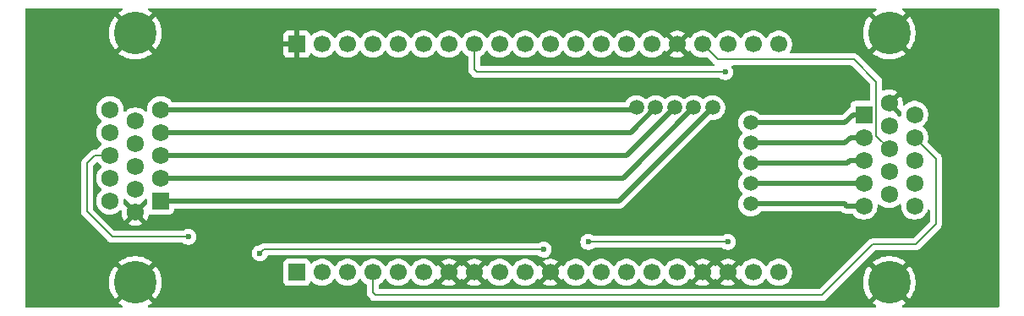
<source format=gbl>
G04 #@! TF.GenerationSoftware,KiCad,Pcbnew,9.0.2-9.0.2-0~ubuntu22.04.1*
G04 #@! TF.CreationDate,2025-07-06T23:18:41+01:00*
G04 #@! TF.ProjectId,ggroohauga-bridge,6767726f-6f68-4617-9567-612d62726964,rev?*
G04 #@! TF.SameCoordinates,Original*
G04 #@! TF.FileFunction,Copper,L2,Bot*
G04 #@! TF.FilePolarity,Positive*
%FSLAX46Y46*%
G04 Gerber Fmt 4.6, Leading zero omitted, Abs format (unit mm)*
G04 Created by KiCad (PCBNEW 9.0.2-9.0.2-0~ubuntu22.04.1) date 2025-07-06 23:18:41*
%MOMM*%
%LPD*%
G01*
G04 APERTURE LIST*
G04 #@! TA.AperFunction,ComponentPad*
%ADD10R,1.700000X1.700000*%
G04 #@! TD*
G04 #@! TA.AperFunction,ComponentPad*
%ADD11C,1.700000*%
G04 #@! TD*
G04 #@! TA.AperFunction,ComponentPad*
%ADD12C,4.266000*%
G04 #@! TD*
G04 #@! TA.AperFunction,ComponentPad*
%ADD13R,1.725000X1.725000*%
G04 #@! TD*
G04 #@! TA.AperFunction,ComponentPad*
%ADD14C,1.725000*%
G04 #@! TD*
G04 #@! TA.AperFunction,ViaPad*
%ADD15C,1.500000*%
G04 #@! TD*
G04 #@! TA.AperFunction,ViaPad*
%ADD16C,0.600000*%
G04 #@! TD*
G04 #@! TA.AperFunction,Conductor*
%ADD17C,0.500000*%
G04 #@! TD*
G04 #@! TA.AperFunction,Conductor*
%ADD18C,0.200000*%
G04 #@! TD*
G04 APERTURE END LIST*
D10*
X81534000Y-54610000D03*
D11*
X84074000Y-54610000D03*
X86614000Y-54610000D03*
X89154000Y-54610000D03*
X91694000Y-54610000D03*
X94234000Y-54610000D03*
X96774000Y-54610000D03*
X99314000Y-54610000D03*
X101854000Y-54610000D03*
X104394000Y-54610000D03*
X106934000Y-54610000D03*
X109474000Y-54610000D03*
X112014000Y-54610000D03*
X114554000Y-54610000D03*
X117094000Y-54610000D03*
X119634000Y-54610000D03*
X122174000Y-54610000D03*
X124714000Y-54610000D03*
X127254000Y-54610000D03*
X129794000Y-54610000D03*
D10*
X81534000Y-77470000D03*
D11*
X84074000Y-77470000D03*
X86614000Y-77470000D03*
X89154000Y-77470000D03*
X91694000Y-77470000D03*
X94234000Y-77470000D03*
X96774000Y-77470000D03*
X99314000Y-77470000D03*
X101854000Y-77470000D03*
X104394000Y-77470000D03*
X106934000Y-77470000D03*
X109474000Y-77470000D03*
X112014000Y-77470000D03*
X114554000Y-77470000D03*
X117094000Y-77470000D03*
X119634000Y-77470000D03*
X122174000Y-77470000D03*
X124714000Y-77470000D03*
X127254000Y-77470000D03*
X129794000Y-77470000D03*
D12*
X65379600Y-53494200D03*
X65379600Y-78484200D03*
D13*
X67919600Y-70319200D03*
D14*
X67919600Y-68029200D03*
X67919600Y-65739200D03*
X67919600Y-63449200D03*
X67919600Y-61159200D03*
X65379600Y-71464200D03*
X65379600Y-69174200D03*
X65379600Y-66884200D03*
X65379600Y-64594200D03*
X65379600Y-62304200D03*
X62839600Y-70319200D03*
X62839600Y-68029200D03*
X62839600Y-65739200D03*
X62839600Y-63449200D03*
X62839600Y-61159200D03*
D12*
X140867200Y-53494200D03*
X140867200Y-78484200D03*
D13*
X138327200Y-61659200D03*
D14*
X138327200Y-63949200D03*
X138327200Y-66239200D03*
X138327200Y-68529200D03*
X138327200Y-70819200D03*
X140867200Y-60514200D03*
X140867200Y-62804200D03*
X140867200Y-65094200D03*
X140867200Y-67384200D03*
X140867200Y-69674200D03*
X143407200Y-61659200D03*
X143407200Y-63949200D03*
X143407200Y-66239200D03*
X143407200Y-68529200D03*
X143407200Y-70819200D03*
D15*
X127000000Y-68580000D03*
X117475000Y-60960000D03*
D16*
X70692600Y-73914000D03*
D15*
X127000000Y-70612000D03*
X115570000Y-60960000D03*
X123190000Y-60960000D03*
X127000000Y-62484000D03*
X119380000Y-60960000D03*
X127000000Y-66548000D03*
X121285000Y-60960000D03*
X127000000Y-64516000D03*
D16*
X106273600Y-75184000D03*
X77851000Y-75565000D03*
X124714000Y-74422000D03*
X110744000Y-74422000D03*
X124460000Y-57404000D03*
X98806000Y-72644000D03*
X89027000Y-72644000D03*
D17*
X136702800Y-68529200D02*
X138327200Y-68529200D01*
X136652000Y-68580000D02*
X136702800Y-68529200D01*
X114985800Y-63449200D02*
X67919600Y-63449200D01*
X117475000Y-60960000D02*
X114985800Y-63449200D01*
X127000000Y-68580000D02*
X136652000Y-68580000D01*
D18*
X70692600Y-73914000D02*
X63072600Y-73914000D01*
X61341400Y-65739200D02*
X62792800Y-65739200D01*
X60532600Y-71374000D02*
X60532600Y-66548000D01*
X60532600Y-71374000D02*
X63072600Y-73914000D01*
X60532600Y-66548000D02*
X61341400Y-65739200D01*
D17*
X136605200Y-70819200D02*
X138327200Y-70819200D01*
X127000000Y-70612000D02*
X136398000Y-70612000D01*
X115370800Y-61159200D02*
X115570000Y-60960000D01*
X67919600Y-61159200D02*
X115370800Y-61159200D01*
X136398000Y-70612000D02*
X136605200Y-70819200D01*
X123190000Y-60960000D02*
X113830800Y-70319200D01*
X137222800Y-61659200D02*
X138327200Y-61659200D01*
X113830800Y-70319200D02*
X67919600Y-70319200D01*
X136398000Y-62484000D02*
X137222800Y-61659200D01*
X136398000Y-62484000D02*
X127000000Y-62484000D01*
X119380000Y-60960000D02*
X114600800Y-65739200D01*
X136652000Y-66548000D02*
X136960800Y-66239200D01*
X114600800Y-65739200D02*
X67919600Y-65739200D01*
X127000000Y-66548000D02*
X136652000Y-66548000D01*
X136960800Y-66239200D02*
X138327200Y-66239200D01*
X136964800Y-63949200D02*
X138327200Y-63949200D01*
X121285000Y-60960000D02*
X114215800Y-68029200D01*
X114215800Y-68029200D02*
X67919600Y-68029200D01*
X136398000Y-64516000D02*
X136964800Y-63949200D01*
X127000000Y-64516000D02*
X136398000Y-64516000D01*
D18*
X78232000Y-75184000D02*
X77851000Y-75565000D01*
X106273600Y-75184000D02*
X78232000Y-75184000D01*
X110744000Y-74422000D02*
X124714000Y-74422000D01*
X137347355Y-56134000D02*
X139573000Y-58359645D01*
X123698000Y-56134000D02*
X137347355Y-56134000D01*
X139573000Y-63800000D02*
X140867200Y-65094200D01*
X122174000Y-54610000D02*
X123698000Y-56134000D01*
X139573000Y-58359645D02*
X139573000Y-63800000D01*
X89154000Y-77470000D02*
X89154000Y-79502000D01*
X134112000Y-79756000D02*
X139192000Y-74676000D01*
X145542000Y-72644000D02*
X145542000Y-66084000D01*
X89408000Y-79756000D02*
X134112000Y-79756000D01*
X139192000Y-74676000D02*
X143510000Y-74676000D01*
X143510000Y-74676000D02*
X145542000Y-72644000D01*
X89154000Y-79502000D02*
X89408000Y-79756000D01*
X143407200Y-63949200D02*
X145542000Y-66084000D01*
X99314000Y-57150000D02*
X99314000Y-54610000D01*
X99568000Y-57404000D02*
X99314000Y-57150000D01*
X124460000Y-57404000D02*
X99568000Y-57404000D01*
G04 #@! TA.AperFunction,Conductor*
G36*
X142028822Y-61322269D02*
G01*
X142062307Y-61383592D01*
X142063614Y-61429348D01*
X142044200Y-61551924D01*
X142044200Y-61754265D01*
X142039104Y-61771619D01*
X142039027Y-61789706D01*
X142029464Y-61804446D01*
X142024515Y-61821304D01*
X142010847Y-61833147D01*
X142001003Y-61848323D01*
X141984987Y-61855554D01*
X141971711Y-61867059D01*
X141953809Y-61869632D01*
X141937324Y-61877077D01*
X141919943Y-61874502D01*
X141902553Y-61877003D01*
X141886100Y-61869489D01*
X141868208Y-61866839D01*
X141845282Y-61850848D01*
X141838997Y-61847978D01*
X141838599Y-61847631D01*
X141835464Y-61844891D01*
X141755135Y-61764562D01*
X141686486Y-61714686D01*
X141682283Y-61711012D01*
X141666396Y-61686060D01*
X141648333Y-61662634D01*
X141647384Y-61656197D01*
X141644759Y-61652074D01*
X141644787Y-61645341D01*
X141057846Y-61058400D01*
X141089142Y-61050015D01*
X141220258Y-60974315D01*
X141327315Y-60867258D01*
X141403015Y-60736142D01*
X141411400Y-60704847D01*
X142028822Y-61322269D01*
G37*
G04 #@! TD.AperFunction*
G04 #@! TA.AperFunction,Conductor*
G36*
X119168075Y-54802993D02*
G01*
X119233901Y-54917007D01*
X119326993Y-55010099D01*
X119441007Y-55075925D01*
X119504590Y-55092962D01*
X118872282Y-55725269D01*
X118872282Y-55725270D01*
X118926449Y-55764624D01*
X119115782Y-55861095D01*
X119317870Y-55926757D01*
X119527754Y-55960000D01*
X119740246Y-55960000D01*
X119950127Y-55926757D01*
X119950130Y-55926757D01*
X120152217Y-55861095D01*
X120341554Y-55764622D01*
X120395716Y-55725270D01*
X120395717Y-55725270D01*
X119763408Y-55092962D01*
X119826993Y-55075925D01*
X119941007Y-55010099D01*
X120034099Y-54917007D01*
X120099925Y-54802993D01*
X120116962Y-54739409D01*
X120749270Y-55371717D01*
X120749270Y-55371716D01*
X120788622Y-55317555D01*
X120793232Y-55308507D01*
X120841205Y-55257709D01*
X120909025Y-55240912D01*
X120975161Y-55263447D01*
X121014204Y-55308504D01*
X121018949Y-55317817D01*
X121143890Y-55489786D01*
X121294213Y-55640109D01*
X121466179Y-55765048D01*
X121466181Y-55765049D01*
X121466184Y-55765051D01*
X121655588Y-55861557D01*
X121857757Y-55927246D01*
X122067713Y-55960500D01*
X122067714Y-55960500D01*
X122280286Y-55960500D01*
X122280287Y-55960500D01*
X122490243Y-55927246D01*
X122532523Y-55913507D01*
X122602362Y-55911511D01*
X122658522Y-55943757D01*
X123217478Y-56502713D01*
X123217480Y-56502716D01*
X123306584Y-56591820D01*
X123340068Y-56653141D01*
X123340067Y-56653142D01*
X123340068Y-56653143D01*
X123335084Y-56722834D01*
X123293212Y-56778768D01*
X123263315Y-56789918D01*
X123227749Y-56803184D01*
X123218902Y-56803500D01*
X100038500Y-56803500D01*
X99971461Y-56783815D01*
X99925706Y-56731011D01*
X99914500Y-56679500D01*
X99914500Y-55895718D01*
X99934185Y-55828679D01*
X99982207Y-55785233D01*
X100021815Y-55765052D01*
X100021815Y-55765051D01*
X100021816Y-55765051D01*
X100113193Y-55698661D01*
X100193786Y-55640109D01*
X100193788Y-55640106D01*
X100193792Y-55640104D01*
X100344104Y-55489792D01*
X100344106Y-55489788D01*
X100344109Y-55489786D01*
X100469048Y-55317820D01*
X100469049Y-55317819D01*
X100469051Y-55317816D01*
X100473514Y-55309054D01*
X100521488Y-55258259D01*
X100589308Y-55241463D01*
X100655444Y-55263999D01*
X100694486Y-55309056D01*
X100698951Y-55317820D01*
X100823890Y-55489786D01*
X100974213Y-55640109D01*
X101146179Y-55765048D01*
X101146181Y-55765049D01*
X101146184Y-55765051D01*
X101335588Y-55861557D01*
X101537757Y-55927246D01*
X101747713Y-55960500D01*
X101747714Y-55960500D01*
X101960286Y-55960500D01*
X101960287Y-55960500D01*
X102170243Y-55927246D01*
X102372412Y-55861557D01*
X102561816Y-55765051D01*
X102648471Y-55702093D01*
X102733786Y-55640109D01*
X102733788Y-55640106D01*
X102733792Y-55640104D01*
X102884104Y-55489792D01*
X102884106Y-55489788D01*
X102884109Y-55489786D01*
X103009048Y-55317820D01*
X103009049Y-55317819D01*
X103009051Y-55317816D01*
X103013514Y-55309054D01*
X103061488Y-55258259D01*
X103129308Y-55241463D01*
X103195444Y-55263999D01*
X103234486Y-55309056D01*
X103238951Y-55317820D01*
X103363890Y-55489786D01*
X103514213Y-55640109D01*
X103686179Y-55765048D01*
X103686181Y-55765049D01*
X103686184Y-55765051D01*
X103875588Y-55861557D01*
X104077757Y-55927246D01*
X104287713Y-55960500D01*
X104287714Y-55960500D01*
X104500286Y-55960500D01*
X104500287Y-55960500D01*
X104710243Y-55927246D01*
X104912412Y-55861557D01*
X105101816Y-55765051D01*
X105188471Y-55702093D01*
X105273786Y-55640109D01*
X105273788Y-55640106D01*
X105273792Y-55640104D01*
X105424104Y-55489792D01*
X105424106Y-55489788D01*
X105424109Y-55489786D01*
X105549048Y-55317820D01*
X105549049Y-55317819D01*
X105549051Y-55317816D01*
X105553514Y-55309054D01*
X105601488Y-55258259D01*
X105669308Y-55241463D01*
X105735444Y-55263999D01*
X105774486Y-55309056D01*
X105778951Y-55317820D01*
X105903890Y-55489786D01*
X106054213Y-55640109D01*
X106226179Y-55765048D01*
X106226181Y-55765049D01*
X106226184Y-55765051D01*
X106415588Y-55861557D01*
X106617757Y-55927246D01*
X106827713Y-55960500D01*
X106827714Y-55960500D01*
X107040286Y-55960500D01*
X107040287Y-55960500D01*
X107250243Y-55927246D01*
X107452412Y-55861557D01*
X107641816Y-55765051D01*
X107728471Y-55702093D01*
X107813786Y-55640109D01*
X107813788Y-55640106D01*
X107813792Y-55640104D01*
X107964104Y-55489792D01*
X107964106Y-55489788D01*
X107964109Y-55489786D01*
X108089048Y-55317820D01*
X108089049Y-55317819D01*
X108089051Y-55317816D01*
X108093514Y-55309054D01*
X108141488Y-55258259D01*
X108209308Y-55241463D01*
X108275444Y-55263999D01*
X108314486Y-55309056D01*
X108318951Y-55317820D01*
X108443890Y-55489786D01*
X108594213Y-55640109D01*
X108766179Y-55765048D01*
X108766181Y-55765049D01*
X108766184Y-55765051D01*
X108955588Y-55861557D01*
X109157757Y-55927246D01*
X109367713Y-55960500D01*
X109367714Y-55960500D01*
X109580286Y-55960500D01*
X109580287Y-55960500D01*
X109790243Y-55927246D01*
X109992412Y-55861557D01*
X110181816Y-55765051D01*
X110268471Y-55702093D01*
X110353786Y-55640109D01*
X110353788Y-55640106D01*
X110353792Y-55640104D01*
X110504104Y-55489792D01*
X110504106Y-55489788D01*
X110504109Y-55489786D01*
X110629048Y-55317820D01*
X110629049Y-55317819D01*
X110629051Y-55317816D01*
X110633514Y-55309054D01*
X110681488Y-55258259D01*
X110749308Y-55241463D01*
X110815444Y-55263999D01*
X110854486Y-55309056D01*
X110858951Y-55317820D01*
X110983890Y-55489786D01*
X111134213Y-55640109D01*
X111306179Y-55765048D01*
X111306181Y-55765049D01*
X111306184Y-55765051D01*
X111495588Y-55861557D01*
X111697757Y-55927246D01*
X111907713Y-55960500D01*
X111907714Y-55960500D01*
X112120286Y-55960500D01*
X112120287Y-55960500D01*
X112330243Y-55927246D01*
X112532412Y-55861557D01*
X112721816Y-55765051D01*
X112808471Y-55702093D01*
X112893786Y-55640109D01*
X112893788Y-55640106D01*
X112893792Y-55640104D01*
X113044104Y-55489792D01*
X113044106Y-55489788D01*
X113044109Y-55489786D01*
X113169048Y-55317820D01*
X113169049Y-55317819D01*
X113169051Y-55317816D01*
X113173514Y-55309054D01*
X113221488Y-55258259D01*
X113289308Y-55241463D01*
X113355444Y-55263999D01*
X113394486Y-55309056D01*
X113398951Y-55317820D01*
X113523890Y-55489786D01*
X113674213Y-55640109D01*
X113846179Y-55765048D01*
X113846181Y-55765049D01*
X113846184Y-55765051D01*
X114035588Y-55861557D01*
X114237757Y-55927246D01*
X114447713Y-55960500D01*
X114447714Y-55960500D01*
X114660286Y-55960500D01*
X114660287Y-55960500D01*
X114870243Y-55927246D01*
X115072412Y-55861557D01*
X115261816Y-55765051D01*
X115348471Y-55702093D01*
X115433786Y-55640109D01*
X115433788Y-55640106D01*
X115433792Y-55640104D01*
X115584104Y-55489792D01*
X115584106Y-55489788D01*
X115584109Y-55489786D01*
X115709048Y-55317820D01*
X115709049Y-55317819D01*
X115709051Y-55317816D01*
X115713514Y-55309054D01*
X115761488Y-55258259D01*
X115829308Y-55241463D01*
X115895444Y-55263999D01*
X115934486Y-55309056D01*
X115938951Y-55317820D01*
X116063890Y-55489786D01*
X116214213Y-55640109D01*
X116386179Y-55765048D01*
X116386181Y-55765049D01*
X116386184Y-55765051D01*
X116575588Y-55861557D01*
X116777757Y-55927246D01*
X116987713Y-55960500D01*
X116987714Y-55960500D01*
X117200286Y-55960500D01*
X117200287Y-55960500D01*
X117410243Y-55927246D01*
X117612412Y-55861557D01*
X117801816Y-55765051D01*
X117888471Y-55702093D01*
X117973786Y-55640109D01*
X117973788Y-55640106D01*
X117973792Y-55640104D01*
X118124104Y-55489792D01*
X118124106Y-55489788D01*
X118124109Y-55489786D01*
X118209890Y-55371717D01*
X118249051Y-55317816D01*
X118253793Y-55308508D01*
X118301763Y-55257711D01*
X118369583Y-55240911D01*
X118435719Y-55263445D01*
X118474763Y-55308500D01*
X118479373Y-55317547D01*
X118518728Y-55371716D01*
X119151037Y-54739408D01*
X119168075Y-54802993D01*
G37*
G04 #@! TD.AperFunction*
G04 #@! TA.AperFunction,Conductor*
G36*
X64326856Y-70103897D02*
G01*
X64344247Y-70101397D01*
X64360699Y-70108910D01*
X64378592Y-70111561D01*
X64401517Y-70127551D01*
X64407803Y-70130422D01*
X64408202Y-70130769D01*
X64411328Y-70133501D01*
X64491665Y-70213838D01*
X64560314Y-70263714D01*
X64564516Y-70267387D01*
X64580403Y-70292342D01*
X64598466Y-70315766D01*
X64599415Y-70322204D01*
X64602039Y-70326326D01*
X64602010Y-70333056D01*
X65188953Y-70919999D01*
X65157658Y-70928385D01*
X65026542Y-71004085D01*
X64919485Y-71111142D01*
X64843785Y-71242258D01*
X64835399Y-71273553D01*
X64217977Y-70656131D01*
X64184492Y-70594808D01*
X64183185Y-70549051D01*
X64202600Y-70426474D01*
X64202600Y-70224135D01*
X64207695Y-70206780D01*
X64207773Y-70188693D01*
X64217335Y-70173952D01*
X64222285Y-70157096D01*
X64235953Y-70145251D01*
X64245798Y-70130077D01*
X64261811Y-70122846D01*
X64275089Y-70111341D01*
X64292990Y-70108766D01*
X64309476Y-70101323D01*
X64326856Y-70103897D01*
G37*
G04 #@! TD.AperFunction*
G04 #@! TA.AperFunction,Conductor*
G36*
X66445078Y-70105746D02*
G01*
X66475934Y-70107953D01*
X66479374Y-70110528D01*
X66483631Y-70111122D01*
X66507101Y-70131285D01*
X66531867Y-70149825D01*
X66533368Y-70153851D01*
X66536629Y-70156652D01*
X66545472Y-70186303D01*
X66556284Y-70215289D01*
X66556578Y-70223538D01*
X66556599Y-70223607D01*
X66556583Y-70223662D01*
X66556600Y-70224135D01*
X66556600Y-70589390D01*
X66536915Y-70656429D01*
X66520281Y-70677071D01*
X65923800Y-71273552D01*
X65915415Y-71242258D01*
X65839715Y-71111142D01*
X65732658Y-71004085D01*
X65601542Y-70928385D01*
X65570246Y-70919999D01*
X66161415Y-70328829D01*
X66167029Y-70302107D01*
X66170729Y-70297461D01*
X66171684Y-70294158D01*
X66182635Y-70282512D01*
X66194683Y-70267387D01*
X66198880Y-70263718D01*
X66267535Y-70213838D01*
X66347864Y-70133508D01*
X66350999Y-70130769D01*
X66379089Y-70117795D01*
X66406242Y-70102969D01*
X66410528Y-70103275D01*
X66414431Y-70101473D01*
X66445078Y-70105746D01*
G37*
G04 #@! TD.AperFunction*
G04 #@! TA.AperFunction,Conductor*
G36*
X64053163Y-51009385D02*
G01*
X64098918Y-51062189D01*
X64108862Y-51131347D01*
X64079837Y-51194903D01*
X64052096Y-51218694D01*
X63853559Y-51343443D01*
X63702701Y-51463747D01*
X64421003Y-52182049D01*
X64320983Y-52254719D01*
X64140119Y-52435583D01*
X64067449Y-52535603D01*
X63349147Y-51817301D01*
X63228843Y-51968159D01*
X63071501Y-52218566D01*
X62943194Y-52484999D01*
X62845517Y-52764146D01*
X62779711Y-53052461D01*
X62779708Y-53052475D01*
X62746600Y-53346327D01*
X62746600Y-53642072D01*
X62779708Y-53935924D01*
X62779711Y-53935938D01*
X62845517Y-54224253D01*
X62943194Y-54503400D01*
X63071501Y-54769833D01*
X63228842Y-55020240D01*
X63349148Y-55171097D01*
X64067449Y-54452795D01*
X64140119Y-54552817D01*
X64320983Y-54733681D01*
X64421002Y-54806349D01*
X63702701Y-55524650D01*
X63853559Y-55644957D01*
X64103966Y-55802298D01*
X64370399Y-55930605D01*
X64649546Y-56028282D01*
X64937861Y-56094088D01*
X64937875Y-56094091D01*
X65231727Y-56127199D01*
X65231731Y-56127200D01*
X65527469Y-56127200D01*
X65527472Y-56127199D01*
X65821324Y-56094091D01*
X65821338Y-56094088D01*
X66109653Y-56028282D01*
X66388800Y-55930605D01*
X66655233Y-55802298D01*
X66905641Y-55644956D01*
X67056496Y-55524651D01*
X67056497Y-55524650D01*
X66338196Y-54806350D01*
X66438217Y-54733681D01*
X66619081Y-54552817D01*
X66691750Y-54452796D01*
X67410050Y-55171097D01*
X67410051Y-55171096D01*
X67530356Y-55020241D01*
X67687696Y-54769837D01*
X67694919Y-54754838D01*
X67694920Y-54754836D01*
X67816005Y-54503400D01*
X67913682Y-54224253D01*
X67979488Y-53935938D01*
X67979491Y-53935924D01*
X68006640Y-53694968D01*
X68012599Y-53642072D01*
X68012600Y-53642068D01*
X68012600Y-53346331D01*
X68012599Y-53346327D01*
X67979491Y-53052475D01*
X67979488Y-53052461D01*
X67913682Y-52764146D01*
X67816005Y-52484999D01*
X67687698Y-52218566D01*
X67530357Y-51968159D01*
X67410050Y-51817301D01*
X66691749Y-52535602D01*
X66619081Y-52435583D01*
X66438217Y-52254719D01*
X66338196Y-52182049D01*
X67056497Y-51463748D01*
X66905640Y-51343442D01*
X66707104Y-51218694D01*
X66660813Y-51166359D01*
X66650165Y-51097306D01*
X66678540Y-51033457D01*
X66736930Y-50995085D01*
X66773076Y-50989700D01*
X139473724Y-50989700D01*
X139540763Y-51009385D01*
X139586518Y-51062189D01*
X139596462Y-51131347D01*
X139567437Y-51194903D01*
X139539696Y-51218694D01*
X139341159Y-51343443D01*
X139190301Y-51463747D01*
X139908603Y-52182049D01*
X139808583Y-52254719D01*
X139627719Y-52435583D01*
X139555049Y-52535603D01*
X138836747Y-51817301D01*
X138716443Y-51968159D01*
X138559101Y-52218566D01*
X138430794Y-52484999D01*
X138333117Y-52764146D01*
X138267311Y-53052461D01*
X138267308Y-53052475D01*
X138234200Y-53346327D01*
X138234200Y-53642072D01*
X138267308Y-53935924D01*
X138267311Y-53935938D01*
X138333117Y-54224253D01*
X138430794Y-54503400D01*
X138559101Y-54769833D01*
X138716442Y-55020240D01*
X138836748Y-55171097D01*
X139555049Y-54452795D01*
X139627719Y-54552817D01*
X139808583Y-54733681D01*
X139908602Y-54806349D01*
X139190301Y-55524650D01*
X139341159Y-55644957D01*
X139591566Y-55802298D01*
X139857999Y-55930605D01*
X140137146Y-56028282D01*
X140425461Y-56094088D01*
X140425475Y-56094091D01*
X140719327Y-56127199D01*
X140719331Y-56127200D01*
X141015069Y-56127200D01*
X141015072Y-56127199D01*
X141308924Y-56094091D01*
X141308938Y-56094088D01*
X141597253Y-56028282D01*
X141876400Y-55930605D01*
X142142833Y-55802298D01*
X142393241Y-55644956D01*
X142544096Y-55524651D01*
X142544097Y-55524650D01*
X141825796Y-54806350D01*
X141925817Y-54733681D01*
X142106681Y-54552817D01*
X142179349Y-54452796D01*
X142897650Y-55171097D01*
X142897651Y-55171096D01*
X143017956Y-55020241D01*
X143175298Y-54769833D01*
X143303605Y-54503400D01*
X143401282Y-54224253D01*
X143467088Y-53935938D01*
X143467091Y-53935924D01*
X143500199Y-53642072D01*
X143500200Y-53642068D01*
X143500200Y-53346331D01*
X143500199Y-53346327D01*
X143467091Y-53052475D01*
X143467088Y-53052461D01*
X143401282Y-52764146D01*
X143303605Y-52484999D01*
X143175298Y-52218566D01*
X143017957Y-51968159D01*
X142897650Y-51817301D01*
X142179349Y-52535602D01*
X142106681Y-52435583D01*
X141925817Y-52254719D01*
X141825796Y-52182049D01*
X142544097Y-51463748D01*
X142393240Y-51343442D01*
X142194704Y-51218694D01*
X142148413Y-51166359D01*
X142137765Y-51097306D01*
X142166140Y-51033457D01*
X142224530Y-50995085D01*
X142260676Y-50989700D01*
X151748900Y-50989700D01*
X151815939Y-51009385D01*
X151861694Y-51062189D01*
X151872900Y-51113700D01*
X151872900Y-80864700D01*
X151853215Y-80931739D01*
X151800411Y-80977494D01*
X151748900Y-80988700D01*
X142260676Y-80988700D01*
X142193637Y-80969015D01*
X142147882Y-80916211D01*
X142137938Y-80847053D01*
X142166963Y-80783497D01*
X142194704Y-80759706D01*
X142393241Y-80634956D01*
X142544096Y-80514651D01*
X142544097Y-80514650D01*
X141825796Y-79796350D01*
X141925817Y-79723681D01*
X142106681Y-79542817D01*
X142179349Y-79442796D01*
X142897650Y-80161097D01*
X142897651Y-80161096D01*
X143017956Y-80010241D01*
X143175298Y-79759833D01*
X143303605Y-79493400D01*
X143401282Y-79214253D01*
X143467088Y-78925938D01*
X143467091Y-78925924D01*
X143500199Y-78632072D01*
X143500200Y-78632068D01*
X143500200Y-78336331D01*
X143500199Y-78336327D01*
X143467091Y-78042475D01*
X143467088Y-78042461D01*
X143401282Y-77754146D01*
X143303605Y-77474999D01*
X143175298Y-77208566D01*
X143017957Y-76958159D01*
X142897650Y-76807301D01*
X142179349Y-77525602D01*
X142106681Y-77425583D01*
X141925817Y-77244719D01*
X141825796Y-77172049D01*
X142544097Y-76453748D01*
X142393240Y-76333442D01*
X142142833Y-76176101D01*
X141876400Y-76047794D01*
X141597253Y-75950117D01*
X141308938Y-75884311D01*
X141308924Y-75884308D01*
X141015072Y-75851200D01*
X140719327Y-75851200D01*
X140425475Y-75884308D01*
X140425461Y-75884311D01*
X140137146Y-75950117D01*
X139857999Y-76047794D01*
X139591566Y-76176101D01*
X139341159Y-76333443D01*
X139190301Y-76453747D01*
X139908603Y-77172049D01*
X139808583Y-77244719D01*
X139627719Y-77425583D01*
X139555049Y-77525603D01*
X138836747Y-76807301D01*
X138716443Y-76958159D01*
X138559101Y-77208566D01*
X138430794Y-77474999D01*
X138333117Y-77754146D01*
X138267311Y-78042461D01*
X138267308Y-78042475D01*
X138234200Y-78336327D01*
X138234200Y-78632072D01*
X138267308Y-78925924D01*
X138267311Y-78925938D01*
X138333117Y-79214253D01*
X138430794Y-79493400D01*
X138559101Y-79759833D01*
X138716442Y-80010240D01*
X138836748Y-80161097D01*
X139555049Y-79442795D01*
X139627719Y-79542817D01*
X139808583Y-79723681D01*
X139908602Y-79796349D01*
X139190301Y-80514650D01*
X139341159Y-80634957D01*
X139539696Y-80759706D01*
X139585987Y-80812041D01*
X139596635Y-80881094D01*
X139568260Y-80944943D01*
X139509870Y-80983315D01*
X139473724Y-80988700D01*
X66773076Y-80988700D01*
X66706037Y-80969015D01*
X66660282Y-80916211D01*
X66650338Y-80847053D01*
X66679363Y-80783497D01*
X66707104Y-80759706D01*
X66905641Y-80634956D01*
X67056496Y-80514651D01*
X67056497Y-80514650D01*
X66338196Y-79796350D01*
X66438217Y-79723681D01*
X66619081Y-79542817D01*
X66691750Y-79442796D01*
X67410050Y-80161097D01*
X67410051Y-80161096D01*
X67530356Y-80010241D01*
X67687698Y-79759833D01*
X67816005Y-79493400D01*
X67913682Y-79214253D01*
X67979488Y-78925938D01*
X67979491Y-78925924D01*
X68012599Y-78632072D01*
X68012600Y-78632068D01*
X68012600Y-78336331D01*
X68012599Y-78336327D01*
X67979491Y-78042475D01*
X67979488Y-78042461D01*
X67913682Y-77754146D01*
X67816005Y-77474999D01*
X67687698Y-77208566D01*
X67530357Y-76958159D01*
X67410050Y-76807301D01*
X66691749Y-77525602D01*
X66619081Y-77425583D01*
X66438217Y-77244719D01*
X66338196Y-77172049D01*
X67029121Y-76481125D01*
X67056497Y-76453748D01*
X66905640Y-76333442D01*
X66655233Y-76176101D01*
X66388800Y-76047794D01*
X66109653Y-75950117D01*
X65821338Y-75884311D01*
X65821324Y-75884308D01*
X65527472Y-75851200D01*
X65231727Y-75851200D01*
X64937875Y-75884308D01*
X64937861Y-75884311D01*
X64649546Y-75950117D01*
X64370399Y-76047794D01*
X64103966Y-76176101D01*
X63853559Y-76333443D01*
X63702701Y-76453747D01*
X64421003Y-77172049D01*
X64320983Y-77244719D01*
X64140119Y-77425583D01*
X64067449Y-77525603D01*
X63349147Y-76807301D01*
X63228843Y-76958159D01*
X63071501Y-77208566D01*
X62943194Y-77474999D01*
X62845517Y-77754146D01*
X62779711Y-78042461D01*
X62779708Y-78042475D01*
X62746600Y-78336327D01*
X62746600Y-78632072D01*
X62779708Y-78925924D01*
X62779711Y-78925938D01*
X62845517Y-79214253D01*
X62943194Y-79493400D01*
X63071501Y-79759833D01*
X63228842Y-80010240D01*
X63349148Y-80161097D01*
X64067449Y-79442795D01*
X64140119Y-79542817D01*
X64320983Y-79723681D01*
X64421002Y-79796349D01*
X63702701Y-80514650D01*
X63853559Y-80634957D01*
X64052096Y-80759706D01*
X64098387Y-80812041D01*
X64109035Y-80881094D01*
X64080660Y-80944943D01*
X64022270Y-80983315D01*
X63986124Y-80988700D01*
X54497900Y-80988700D01*
X54430861Y-80969015D01*
X54385106Y-80916211D01*
X54373900Y-80864700D01*
X54373900Y-75486153D01*
X77050500Y-75486153D01*
X77050500Y-75643846D01*
X77081261Y-75798489D01*
X77081264Y-75798501D01*
X77141602Y-75944172D01*
X77141609Y-75944185D01*
X77229210Y-76075288D01*
X77229213Y-76075292D01*
X77340707Y-76186786D01*
X77340711Y-76186789D01*
X77471814Y-76274390D01*
X77471827Y-76274397D01*
X77614379Y-76333443D01*
X77617503Y-76334737D01*
X77772153Y-76365499D01*
X77772156Y-76365500D01*
X77772158Y-76365500D01*
X77929844Y-76365500D01*
X77929845Y-76365499D01*
X78084497Y-76334737D01*
X78230179Y-76274394D01*
X78361289Y-76186789D01*
X78472789Y-76075289D01*
X78560394Y-75944179D01*
X78576939Y-75904236D01*
X78594828Y-75861048D01*
X78638668Y-75806644D01*
X78704962Y-75784579D01*
X78709389Y-75784500D01*
X105693834Y-75784500D01*
X105760873Y-75804185D01*
X105762725Y-75805398D01*
X105894414Y-75893390D01*
X105894427Y-75893397D01*
X106017042Y-75944185D01*
X106040103Y-75953737D01*
X106194753Y-75984499D01*
X106194756Y-75984500D01*
X106358534Y-75984500D01*
X106358534Y-75987138D01*
X106415914Y-75997968D01*
X106466667Y-76045987D01*
X106483401Y-76113823D01*
X106460805Y-76179938D01*
X106415816Y-76218886D01*
X106226443Y-76315378D01*
X106226440Y-76315380D01*
X106172282Y-76354727D01*
X106172282Y-76354728D01*
X106804591Y-76987037D01*
X106741007Y-77004075D01*
X106626993Y-77069901D01*
X106533901Y-77162993D01*
X106468075Y-77277007D01*
X106451037Y-77340591D01*
X105818728Y-76708282D01*
X105818727Y-76708282D01*
X105779380Y-76762440D01*
X105779376Y-76762446D01*
X105774760Y-76771505D01*
X105726781Y-76822297D01*
X105658959Y-76839087D01*
X105592826Y-76816543D01*
X105553794Y-76771493D01*
X105549051Y-76762184D01*
X105549049Y-76762181D01*
X105549048Y-76762179D01*
X105424109Y-76590213D01*
X105273786Y-76439890D01*
X105101820Y-76314951D01*
X104912414Y-76218444D01*
X104912413Y-76218443D01*
X104912412Y-76218443D01*
X104710243Y-76152754D01*
X104710241Y-76152753D01*
X104710240Y-76152753D01*
X104548957Y-76127208D01*
X104500287Y-76119500D01*
X104287713Y-76119500D01*
X104239042Y-76127208D01*
X104077760Y-76152753D01*
X103875585Y-76218444D01*
X103686179Y-76314951D01*
X103514213Y-76439890D01*
X103363890Y-76590213D01*
X103238949Y-76762182D01*
X103234484Y-76770946D01*
X103186509Y-76821742D01*
X103118688Y-76838536D01*
X103052553Y-76815998D01*
X103013516Y-76770946D01*
X103009050Y-76762182D01*
X102884109Y-76590213D01*
X102733786Y-76439890D01*
X102561820Y-76314951D01*
X102372414Y-76218444D01*
X102372413Y-76218443D01*
X102372412Y-76218443D01*
X102170243Y-76152754D01*
X102170241Y-76152753D01*
X102170240Y-76152753D01*
X102008957Y-76127208D01*
X101960287Y-76119500D01*
X101747713Y-76119500D01*
X101699042Y-76127208D01*
X101537760Y-76152753D01*
X101335585Y-76218444D01*
X101146179Y-76314951D01*
X100974213Y-76439890D01*
X100823890Y-76590213D01*
X100698949Y-76762182D01*
X100694202Y-76771499D01*
X100646227Y-76822293D01*
X100578405Y-76839087D01*
X100512271Y-76816548D01*
X100473234Y-76771495D01*
X100468626Y-76762452D01*
X100429270Y-76708282D01*
X100429269Y-76708282D01*
X99796962Y-77340590D01*
X99779925Y-77277007D01*
X99714099Y-77162993D01*
X99621007Y-77069901D01*
X99506993Y-77004075D01*
X99443409Y-76987037D01*
X100075716Y-76354728D01*
X100021550Y-76315375D01*
X99832217Y-76218904D01*
X99630129Y-76153242D01*
X99420246Y-76120000D01*
X99207754Y-76120000D01*
X98997872Y-76153242D01*
X98997869Y-76153242D01*
X98795782Y-76218904D01*
X98606439Y-76315380D01*
X98552282Y-76354727D01*
X98552282Y-76354728D01*
X99184591Y-76987037D01*
X99121007Y-77004075D01*
X99006993Y-77069901D01*
X98913901Y-77162993D01*
X98848075Y-77277007D01*
X98831037Y-77340591D01*
X98198728Y-76708282D01*
X98198727Y-76708282D01*
X98159380Y-76762440D01*
X98154483Y-76772051D01*
X98106506Y-76822845D01*
X98038684Y-76839638D01*
X97972550Y-76817098D01*
X97933516Y-76772048D01*
X97928626Y-76762452D01*
X97889270Y-76708282D01*
X97889269Y-76708282D01*
X97256962Y-77340590D01*
X97239925Y-77277007D01*
X97174099Y-77162993D01*
X97081007Y-77069901D01*
X96966993Y-77004075D01*
X96903409Y-76987037D01*
X97535716Y-76354728D01*
X97481550Y-76315375D01*
X97292217Y-76218904D01*
X97090129Y-76153242D01*
X96880246Y-76120000D01*
X96667754Y-76120000D01*
X96457872Y-76153242D01*
X96457869Y-76153242D01*
X96255782Y-76218904D01*
X96066439Y-76315380D01*
X96012282Y-76354727D01*
X96012282Y-76354728D01*
X96644591Y-76987037D01*
X96581007Y-77004075D01*
X96466993Y-77069901D01*
X96373901Y-77162993D01*
X96308075Y-77277007D01*
X96291037Y-77340591D01*
X95658728Y-76708282D01*
X95658727Y-76708282D01*
X95619380Y-76762440D01*
X95619376Y-76762446D01*
X95614760Y-76771505D01*
X95566781Y-76822297D01*
X95498959Y-76839087D01*
X95432826Y-76816543D01*
X95393794Y-76771493D01*
X95389051Y-76762184D01*
X95389049Y-76762181D01*
X95389048Y-76762179D01*
X95264109Y-76590213D01*
X95113786Y-76439890D01*
X94941820Y-76314951D01*
X94752414Y-76218444D01*
X94752413Y-76218443D01*
X94752412Y-76218443D01*
X94550243Y-76152754D01*
X94550241Y-76152753D01*
X94550240Y-76152753D01*
X94388957Y-76127208D01*
X94340287Y-76119500D01*
X94127713Y-76119500D01*
X94079042Y-76127208D01*
X93917760Y-76152753D01*
X93715585Y-76218444D01*
X93526179Y-76314951D01*
X93354213Y-76439890D01*
X93203890Y-76590213D01*
X93078949Y-76762182D01*
X93074484Y-76770946D01*
X93026509Y-76821742D01*
X92958688Y-76838536D01*
X92892553Y-76815998D01*
X92853516Y-76770946D01*
X92849050Y-76762182D01*
X92724109Y-76590213D01*
X92573786Y-76439890D01*
X92401820Y-76314951D01*
X92212414Y-76218444D01*
X92212413Y-76218443D01*
X92212412Y-76218443D01*
X92010243Y-76152754D01*
X92010241Y-76152753D01*
X92010240Y-76152753D01*
X91848957Y-76127208D01*
X91800287Y-76119500D01*
X91587713Y-76119500D01*
X91539042Y-76127208D01*
X91377760Y-76152753D01*
X91175585Y-76218444D01*
X90986179Y-76314951D01*
X90814213Y-76439890D01*
X90663890Y-76590213D01*
X90538949Y-76762182D01*
X90534484Y-76770946D01*
X90486509Y-76821742D01*
X90418688Y-76838536D01*
X90352553Y-76815998D01*
X90313516Y-76770946D01*
X90309050Y-76762182D01*
X90184109Y-76590213D01*
X90033786Y-76439890D01*
X89861820Y-76314951D01*
X89672414Y-76218444D01*
X89672413Y-76218443D01*
X89672412Y-76218443D01*
X89470243Y-76152754D01*
X89470241Y-76152753D01*
X89470240Y-76152753D01*
X89308957Y-76127208D01*
X89260287Y-76119500D01*
X89047713Y-76119500D01*
X88999042Y-76127208D01*
X88837760Y-76152753D01*
X88635585Y-76218444D01*
X88446179Y-76314951D01*
X88274213Y-76439890D01*
X88123890Y-76590213D01*
X87998949Y-76762182D01*
X87994484Y-76770946D01*
X87946509Y-76821742D01*
X87878688Y-76838536D01*
X87812553Y-76815998D01*
X87773516Y-76770946D01*
X87769050Y-76762182D01*
X87644109Y-76590213D01*
X87493786Y-76439890D01*
X87321820Y-76314951D01*
X87132414Y-76218444D01*
X87132413Y-76218443D01*
X87132412Y-76218443D01*
X86930243Y-76152754D01*
X86930241Y-76152753D01*
X86930240Y-76152753D01*
X86768957Y-76127208D01*
X86720287Y-76119500D01*
X86507713Y-76119500D01*
X86459042Y-76127208D01*
X86297760Y-76152753D01*
X86095585Y-76218444D01*
X85906179Y-76314951D01*
X85734213Y-76439890D01*
X85583890Y-76590213D01*
X85458949Y-76762182D01*
X85454484Y-76770946D01*
X85406509Y-76821742D01*
X85338688Y-76838536D01*
X85272553Y-76815998D01*
X85233516Y-76770946D01*
X85229050Y-76762182D01*
X85104109Y-76590213D01*
X84953786Y-76439890D01*
X84781820Y-76314951D01*
X84592414Y-76218444D01*
X84592413Y-76218443D01*
X84592412Y-76218443D01*
X84390243Y-76152754D01*
X84390241Y-76152753D01*
X84390240Y-76152753D01*
X84228957Y-76127208D01*
X84180287Y-76119500D01*
X83967713Y-76119500D01*
X83919042Y-76127208D01*
X83757760Y-76152753D01*
X83555585Y-76218444D01*
X83366179Y-76314951D01*
X83194215Y-76439889D01*
X83080673Y-76553431D01*
X83019350Y-76586915D01*
X82949658Y-76581931D01*
X82893725Y-76540059D01*
X82876810Y-76509082D01*
X82827797Y-76377671D01*
X82827793Y-76377664D01*
X82741547Y-76262455D01*
X82741544Y-76262452D01*
X82626335Y-76176206D01*
X82626328Y-76176202D01*
X82491482Y-76125908D01*
X82491483Y-76125908D01*
X82431883Y-76119501D01*
X82431881Y-76119500D01*
X82431873Y-76119500D01*
X82431864Y-76119500D01*
X80636129Y-76119500D01*
X80636123Y-76119501D01*
X80576516Y-76125908D01*
X80441671Y-76176202D01*
X80441664Y-76176206D01*
X80326455Y-76262452D01*
X80326452Y-76262455D01*
X80240206Y-76377664D01*
X80240202Y-76377671D01*
X80189908Y-76512517D01*
X80183501Y-76572116D01*
X80183500Y-76572135D01*
X80183500Y-78367870D01*
X80183501Y-78367876D01*
X80189908Y-78427483D01*
X80240202Y-78562328D01*
X80240206Y-78562335D01*
X80326452Y-78677544D01*
X80326455Y-78677547D01*
X80441664Y-78763793D01*
X80441671Y-78763797D01*
X80576517Y-78814091D01*
X80576516Y-78814091D01*
X80583444Y-78814835D01*
X80636127Y-78820500D01*
X82431872Y-78820499D01*
X82491483Y-78814091D01*
X82626331Y-78763796D01*
X82741546Y-78677546D01*
X82827796Y-78562331D01*
X82876810Y-78430916D01*
X82918681Y-78374984D01*
X82984145Y-78350566D01*
X83052418Y-78365417D01*
X83080673Y-78386569D01*
X83194213Y-78500109D01*
X83366179Y-78625048D01*
X83366181Y-78625049D01*
X83366184Y-78625051D01*
X83555588Y-78721557D01*
X83757757Y-78787246D01*
X83967713Y-78820500D01*
X83967714Y-78820500D01*
X84180286Y-78820500D01*
X84180287Y-78820500D01*
X84390243Y-78787246D01*
X84592412Y-78721557D01*
X84781816Y-78625051D01*
X84868138Y-78562335D01*
X84953786Y-78500109D01*
X84953788Y-78500106D01*
X84953792Y-78500104D01*
X85104104Y-78349792D01*
X85104106Y-78349788D01*
X85104109Y-78349786D01*
X85229048Y-78177820D01*
X85229047Y-78177820D01*
X85229051Y-78177816D01*
X85233514Y-78169054D01*
X85281488Y-78118259D01*
X85349308Y-78101463D01*
X85415444Y-78123999D01*
X85454486Y-78169056D01*
X85458951Y-78177820D01*
X85583890Y-78349786D01*
X85734213Y-78500109D01*
X85906179Y-78625048D01*
X85906181Y-78625049D01*
X85906184Y-78625051D01*
X86095588Y-78721557D01*
X86297757Y-78787246D01*
X86507713Y-78820500D01*
X86507714Y-78820500D01*
X86720286Y-78820500D01*
X86720287Y-78820500D01*
X86930243Y-78787246D01*
X87132412Y-78721557D01*
X87321816Y-78625051D01*
X87408138Y-78562335D01*
X87493786Y-78500109D01*
X87493788Y-78500106D01*
X87493792Y-78500104D01*
X87644104Y-78349792D01*
X87644106Y-78349788D01*
X87644109Y-78349786D01*
X87769048Y-78177820D01*
X87769047Y-78177820D01*
X87769051Y-78177816D01*
X87773514Y-78169054D01*
X87821488Y-78118259D01*
X87889308Y-78101463D01*
X87955444Y-78123999D01*
X87994486Y-78169056D01*
X87998951Y-78177820D01*
X88123890Y-78349786D01*
X88274213Y-78500109D01*
X88446184Y-78625051D01*
X88446184Y-78625052D01*
X88485793Y-78645233D01*
X88536590Y-78693206D01*
X88553500Y-78755718D01*
X88553500Y-79415330D01*
X88553499Y-79415348D01*
X88553499Y-79581054D01*
X88553498Y-79581054D01*
X88594423Y-79733785D01*
X88623358Y-79783900D01*
X88623359Y-79783904D01*
X88623360Y-79783904D01*
X88673479Y-79870714D01*
X88673481Y-79870717D01*
X88792349Y-79989585D01*
X88792355Y-79989590D01*
X88923139Y-80120374D01*
X88923149Y-80120385D01*
X88927479Y-80124715D01*
X88927480Y-80124716D01*
X89039284Y-80236520D01*
X89126095Y-80286639D01*
X89126097Y-80286641D01*
X89176213Y-80315576D01*
X89176215Y-80315577D01*
X89328942Y-80356500D01*
X89328943Y-80356500D01*
X134025331Y-80356500D01*
X134025347Y-80356501D01*
X134032943Y-80356501D01*
X134191054Y-80356501D01*
X134191057Y-80356501D01*
X134343785Y-80315577D01*
X134393904Y-80286639D01*
X134480716Y-80236520D01*
X134592520Y-80124716D01*
X134592520Y-80124714D01*
X134602728Y-80114507D01*
X134602729Y-80114504D01*
X139404416Y-75312819D01*
X139465739Y-75279334D01*
X139492097Y-75276500D01*
X143423331Y-75276500D01*
X143423347Y-75276501D01*
X143430943Y-75276501D01*
X143589054Y-75276501D01*
X143589057Y-75276501D01*
X143741785Y-75235577D01*
X143809842Y-75196284D01*
X143878716Y-75156520D01*
X143990520Y-75044716D01*
X143990520Y-75044714D01*
X144000724Y-75034511D01*
X144000728Y-75034506D01*
X145910713Y-73124521D01*
X145910716Y-73124520D01*
X146022520Y-73012716D01*
X146072639Y-72925904D01*
X146101577Y-72875785D01*
X146142501Y-72723057D01*
X146142501Y-72564943D01*
X146142501Y-72557348D01*
X146142500Y-72557330D01*
X146142500Y-66004945D01*
X146142498Y-66004936D01*
X146140175Y-65996265D01*
X146138470Y-65989901D01*
X146101577Y-65852215D01*
X146068452Y-65794841D01*
X146068452Y-65794840D01*
X146022524Y-65715290D01*
X146022521Y-65715286D01*
X146022520Y-65715284D01*
X145910716Y-65603480D01*
X145910715Y-65603479D01*
X145906385Y-65599149D01*
X145906374Y-65599139D01*
X144750878Y-64443643D01*
X144717393Y-64382320D01*
X144720627Y-64317646D01*
X144736639Y-64268370D01*
X144754945Y-64152788D01*
X144770200Y-64056475D01*
X144770200Y-63841924D01*
X144736639Y-63630029D01*
X144685825Y-63473642D01*
X144670342Y-63425989D01*
X144670340Y-63425986D01*
X144670340Y-63425984D01*
X144605458Y-63298648D01*
X144572942Y-63234832D01*
X144446838Y-63061265D01*
X144295135Y-62909562D01*
X144295131Y-62909558D01*
X144288197Y-62904521D01*
X144245529Y-62849193D01*
X144239547Y-62779580D01*
X144272150Y-62717783D01*
X144288197Y-62703879D01*
X144295131Y-62698841D01*
X144295131Y-62698840D01*
X144295135Y-62698838D01*
X144446838Y-62547135D01*
X144572942Y-62373568D01*
X144670342Y-62182411D01*
X144736639Y-61978370D01*
X144746177Y-61918149D01*
X144770200Y-61766475D01*
X144770200Y-61551924D01*
X144736639Y-61340029D01*
X144670340Y-61135984D01*
X144598055Y-60994119D01*
X144572942Y-60944832D01*
X144446838Y-60771265D01*
X144295135Y-60619562D01*
X144121568Y-60493458D01*
X143930415Y-60396059D01*
X143726370Y-60329760D01*
X143514475Y-60296200D01*
X143514470Y-60296200D01*
X143299930Y-60296200D01*
X143299925Y-60296200D01*
X143088029Y-60329760D01*
X142883984Y-60396059D01*
X142692831Y-60493458D01*
X142593805Y-60565405D01*
X142519265Y-60619562D01*
X142519263Y-60619564D01*
X142519262Y-60619564D01*
X142441381Y-60697446D01*
X142380058Y-60730931D01*
X142310366Y-60725947D01*
X142254433Y-60684075D01*
X142230016Y-60618611D01*
X142229700Y-60609765D01*
X142229700Y-60406963D01*
X142196151Y-60195150D01*
X142129876Y-59991179D01*
X142032513Y-59800093D01*
X141991419Y-59743533D01*
X141991419Y-59743532D01*
X141411400Y-60323552D01*
X141403015Y-60292258D01*
X141327315Y-60161142D01*
X141220258Y-60054085D01*
X141089142Y-59978385D01*
X141057846Y-59969999D01*
X141637866Y-59389979D01*
X141637865Y-59389978D01*
X141581310Y-59348888D01*
X141390220Y-59251523D01*
X141186249Y-59185248D01*
X140974436Y-59151700D01*
X140759964Y-59151700D01*
X140548150Y-59185248D01*
X140339548Y-59253028D01*
X140339159Y-59251831D01*
X140275455Y-59258666D01*
X140212983Y-59227376D01*
X140177345Y-59167279D01*
X140173500Y-59136641D01*
X140173500Y-58280590D01*
X140173500Y-58280588D01*
X140132577Y-58127861D01*
X140124222Y-58113390D01*
X140053524Y-57990935D01*
X140053521Y-57990931D01*
X140053520Y-57990929D01*
X139941716Y-57879125D01*
X139941715Y-57879124D01*
X139937385Y-57874794D01*
X139937374Y-57874784D01*
X137834945Y-55772355D01*
X137834943Y-55772352D01*
X137716072Y-55653481D01*
X137716071Y-55653480D01*
X137629259Y-55603360D01*
X137629259Y-55603359D01*
X137629255Y-55603358D01*
X137579140Y-55574423D01*
X137426412Y-55533499D01*
X137268298Y-55533499D01*
X137260702Y-55533499D01*
X137260686Y-55533500D01*
X131035712Y-55533500D01*
X130968673Y-55513815D01*
X130922918Y-55461011D01*
X130912974Y-55391853D01*
X130935393Y-55336616D01*
X130949049Y-55317819D01*
X130953514Y-55309056D01*
X131045557Y-55128412D01*
X131111246Y-54926243D01*
X131144500Y-54716287D01*
X131144500Y-54503713D01*
X131111246Y-54293757D01*
X131045557Y-54091588D01*
X130949051Y-53902184D01*
X130949049Y-53902181D01*
X130949048Y-53902179D01*
X130824109Y-53730213D01*
X130673786Y-53579890D01*
X130501817Y-53454949D01*
X130498659Y-53453340D01*
X130498658Y-53453340D01*
X130312414Y-53358444D01*
X130312413Y-53358443D01*
X130312412Y-53358443D01*
X130110243Y-53292754D01*
X130110241Y-53292753D01*
X130110240Y-53292753D01*
X129948957Y-53267208D01*
X129900287Y-53259500D01*
X129687713Y-53259500D01*
X129639042Y-53267208D01*
X129477760Y-53292753D01*
X129275585Y-53358444D01*
X129086179Y-53454951D01*
X128914213Y-53579890D01*
X128763890Y-53730213D01*
X128638949Y-53902182D01*
X128634484Y-53910946D01*
X128586509Y-53961742D01*
X128518688Y-53978536D01*
X128452553Y-53955998D01*
X128413516Y-53910946D01*
X128409050Y-53902182D01*
X128284109Y-53730213D01*
X128133786Y-53579890D01*
X127961820Y-53454951D01*
X127772414Y-53358444D01*
X127772413Y-53358443D01*
X127772412Y-53358443D01*
X127570243Y-53292754D01*
X127570241Y-53292753D01*
X127570240Y-53292753D01*
X127408957Y-53267208D01*
X127360287Y-53259500D01*
X127147713Y-53259500D01*
X127099042Y-53267208D01*
X126937760Y-53292753D01*
X126735585Y-53358444D01*
X126546179Y-53454951D01*
X126374213Y-53579890D01*
X126223890Y-53730213D01*
X126098949Y-53902182D01*
X126094484Y-53910946D01*
X126046509Y-53961742D01*
X125978688Y-53978536D01*
X125912553Y-53955998D01*
X125873516Y-53910946D01*
X125869050Y-53902182D01*
X125744109Y-53730213D01*
X125593786Y-53579890D01*
X125421820Y-53454951D01*
X125232414Y-53358444D01*
X125232413Y-53358443D01*
X125232412Y-53358443D01*
X125030243Y-53292754D01*
X125030241Y-53292753D01*
X125030240Y-53292753D01*
X124868957Y-53267208D01*
X124820287Y-53259500D01*
X124607713Y-53259500D01*
X124559042Y-53267208D01*
X124397760Y-53292753D01*
X124195585Y-53358444D01*
X124006179Y-53454951D01*
X123834213Y-53579890D01*
X123683890Y-53730213D01*
X123558949Y-53902182D01*
X123554484Y-53910946D01*
X123506509Y-53961742D01*
X123438688Y-53978536D01*
X123372553Y-53955998D01*
X123333516Y-53910946D01*
X123329050Y-53902182D01*
X123204109Y-53730213D01*
X123053786Y-53579890D01*
X122881820Y-53454951D01*
X122692414Y-53358444D01*
X122692413Y-53358443D01*
X122692412Y-53358443D01*
X122490243Y-53292754D01*
X122490241Y-53292753D01*
X122490240Y-53292753D01*
X122328957Y-53267208D01*
X122280287Y-53259500D01*
X122067713Y-53259500D01*
X122019042Y-53267208D01*
X121857760Y-53292753D01*
X121655585Y-53358444D01*
X121466179Y-53454951D01*
X121294213Y-53579890D01*
X121143890Y-53730213D01*
X121018949Y-53902182D01*
X121014202Y-53911499D01*
X120966227Y-53962293D01*
X120898405Y-53979087D01*
X120832271Y-53956548D01*
X120793234Y-53911495D01*
X120788626Y-53902452D01*
X120749270Y-53848282D01*
X120749269Y-53848282D01*
X120116962Y-54480590D01*
X120099925Y-54417007D01*
X120034099Y-54302993D01*
X119941007Y-54209901D01*
X119826993Y-54144075D01*
X119763409Y-54127037D01*
X120395716Y-53494728D01*
X120341550Y-53455375D01*
X120152217Y-53358904D01*
X119950129Y-53293242D01*
X119740246Y-53260000D01*
X119527754Y-53260000D01*
X119317872Y-53293242D01*
X119317869Y-53293242D01*
X119115782Y-53358904D01*
X118926439Y-53455380D01*
X118872282Y-53494727D01*
X118872282Y-53494728D01*
X119504591Y-54127037D01*
X119441007Y-54144075D01*
X119326993Y-54209901D01*
X119233901Y-54302993D01*
X119168075Y-54417007D01*
X119151037Y-54480591D01*
X118518728Y-53848282D01*
X118518727Y-53848282D01*
X118479380Y-53902440D01*
X118479376Y-53902446D01*
X118474760Y-53911505D01*
X118426781Y-53962297D01*
X118358959Y-53979087D01*
X118292826Y-53956543D01*
X118253794Y-53911493D01*
X118249051Y-53902184D01*
X118249049Y-53902181D01*
X118249048Y-53902179D01*
X118124109Y-53730213D01*
X117973786Y-53579890D01*
X117801820Y-53454951D01*
X117612414Y-53358444D01*
X117612413Y-53358443D01*
X117612412Y-53358443D01*
X117410243Y-53292754D01*
X117410241Y-53292753D01*
X117410240Y-53292753D01*
X117248957Y-53267208D01*
X117200287Y-53259500D01*
X116987713Y-53259500D01*
X116939042Y-53267208D01*
X116777760Y-53292753D01*
X116575585Y-53358444D01*
X116386179Y-53454951D01*
X116214213Y-53579890D01*
X116063890Y-53730213D01*
X115938949Y-53902182D01*
X115934484Y-53910946D01*
X115886509Y-53961742D01*
X115818688Y-53978536D01*
X115752553Y-53955998D01*
X115713516Y-53910946D01*
X115709050Y-53902182D01*
X115584109Y-53730213D01*
X115433786Y-53579890D01*
X115261820Y-53454951D01*
X115072414Y-53358444D01*
X115072413Y-53358443D01*
X115072412Y-53358443D01*
X114870243Y-53292754D01*
X114870241Y-53292753D01*
X114870240Y-53292753D01*
X114708957Y-53267208D01*
X114660287Y-53259500D01*
X114447713Y-53259500D01*
X114399042Y-53267208D01*
X114237760Y-53292753D01*
X114035585Y-53358444D01*
X113846179Y-53454951D01*
X113674213Y-53579890D01*
X113523890Y-53730213D01*
X113398949Y-53902182D01*
X113394484Y-53910946D01*
X113346509Y-53961742D01*
X113278688Y-53978536D01*
X113212553Y-53955998D01*
X113173516Y-53910946D01*
X113169050Y-53902182D01*
X113044109Y-53730213D01*
X112893786Y-53579890D01*
X112721820Y-53454951D01*
X112532414Y-53358444D01*
X112532413Y-53358443D01*
X112532412Y-53358443D01*
X112330243Y-53292754D01*
X112330241Y-53292753D01*
X112330240Y-53292753D01*
X112168957Y-53267208D01*
X112120287Y-53259500D01*
X111907713Y-53259500D01*
X111859042Y-53267208D01*
X111697760Y-53292753D01*
X111495585Y-53358444D01*
X111306179Y-53454951D01*
X111134213Y-53579890D01*
X110983890Y-53730213D01*
X110858949Y-53902182D01*
X110854484Y-53910946D01*
X110806509Y-53961742D01*
X110738688Y-53978536D01*
X110672553Y-53955998D01*
X110633516Y-53910946D01*
X110629050Y-53902182D01*
X110504109Y-53730213D01*
X110353786Y-53579890D01*
X110181820Y-53454951D01*
X109992414Y-53358444D01*
X109992413Y-53358443D01*
X109992412Y-53358443D01*
X109790243Y-53292754D01*
X109790241Y-53292753D01*
X109790240Y-53292753D01*
X109628957Y-53267208D01*
X109580287Y-53259500D01*
X109367713Y-53259500D01*
X109319042Y-53267208D01*
X109157760Y-53292753D01*
X108955585Y-53358444D01*
X108766179Y-53454951D01*
X108594213Y-53579890D01*
X108443890Y-53730213D01*
X108318949Y-53902182D01*
X108314484Y-53910946D01*
X108266509Y-53961742D01*
X108198688Y-53978536D01*
X108132553Y-53955998D01*
X108093516Y-53910946D01*
X108089050Y-53902182D01*
X107964109Y-53730213D01*
X107813786Y-53579890D01*
X107641820Y-53454951D01*
X107452414Y-53358444D01*
X107452413Y-53358443D01*
X107452412Y-53358443D01*
X107250243Y-53292754D01*
X107250241Y-53292753D01*
X107250240Y-53292753D01*
X107088957Y-53267208D01*
X107040287Y-53259500D01*
X106827713Y-53259500D01*
X106779042Y-53267208D01*
X106617760Y-53292753D01*
X106415585Y-53358444D01*
X106226179Y-53454951D01*
X106054213Y-53579890D01*
X105903890Y-53730213D01*
X105778949Y-53902182D01*
X105774484Y-53910946D01*
X105726509Y-53961742D01*
X105658688Y-53978536D01*
X105592553Y-53955998D01*
X105553516Y-53910946D01*
X105549050Y-53902182D01*
X105424109Y-53730213D01*
X105273786Y-53579890D01*
X105101820Y-53454951D01*
X104912414Y-53358444D01*
X104912413Y-53358443D01*
X104912412Y-53358443D01*
X104710243Y-53292754D01*
X104710241Y-53292753D01*
X104710240Y-53292753D01*
X104548957Y-53267208D01*
X104500287Y-53259500D01*
X104287713Y-53259500D01*
X104239042Y-53267208D01*
X104077760Y-53292753D01*
X103875585Y-53358444D01*
X103686179Y-53454951D01*
X103514213Y-53579890D01*
X103363890Y-53730213D01*
X103238949Y-53902182D01*
X103234484Y-53910946D01*
X103186509Y-53961742D01*
X103118688Y-53978536D01*
X103052553Y-53955998D01*
X103013516Y-53910946D01*
X103009050Y-53902182D01*
X102884109Y-53730213D01*
X102733786Y-53579890D01*
X102561820Y-53454951D01*
X102372414Y-53358444D01*
X102372413Y-53358443D01*
X102372412Y-53358443D01*
X102170243Y-53292754D01*
X102170241Y-53292753D01*
X102170240Y-53292753D01*
X102008957Y-53267208D01*
X101960287Y-53259500D01*
X101747713Y-53259500D01*
X101699042Y-53267208D01*
X101537760Y-53292753D01*
X101335585Y-53358444D01*
X101146179Y-53454951D01*
X100974213Y-53579890D01*
X100823890Y-53730213D01*
X100698949Y-53902182D01*
X100694484Y-53910946D01*
X100646509Y-53961742D01*
X100578688Y-53978536D01*
X100512553Y-53955998D01*
X100473516Y-53910946D01*
X100469050Y-53902182D01*
X100344109Y-53730213D01*
X100193786Y-53579890D01*
X100021820Y-53454951D01*
X99832414Y-53358444D01*
X99832413Y-53358443D01*
X99832412Y-53358443D01*
X99630243Y-53292754D01*
X99630241Y-53292753D01*
X99630240Y-53292753D01*
X99468957Y-53267208D01*
X99420287Y-53259500D01*
X99207713Y-53259500D01*
X99159042Y-53267208D01*
X98997760Y-53292753D01*
X98795585Y-53358444D01*
X98606179Y-53454951D01*
X98434213Y-53579890D01*
X98283890Y-53730213D01*
X98158949Y-53902182D01*
X98154484Y-53910946D01*
X98106509Y-53961742D01*
X98038688Y-53978536D01*
X97972553Y-53955998D01*
X97933516Y-53910946D01*
X97929050Y-53902182D01*
X97804109Y-53730213D01*
X97653786Y-53579890D01*
X97481820Y-53454951D01*
X97292414Y-53358444D01*
X97292413Y-53358443D01*
X97292412Y-53358443D01*
X97090243Y-53292754D01*
X97090241Y-53292753D01*
X97090240Y-53292753D01*
X96928957Y-53267208D01*
X96880287Y-53259500D01*
X96667713Y-53259500D01*
X96619042Y-53267208D01*
X96457760Y-53292753D01*
X96255585Y-53358444D01*
X96066179Y-53454951D01*
X95894213Y-53579890D01*
X95743890Y-53730213D01*
X95618949Y-53902182D01*
X95614484Y-53910946D01*
X95566509Y-53961742D01*
X95498688Y-53978536D01*
X95432553Y-53955998D01*
X95393516Y-53910946D01*
X95389050Y-53902182D01*
X95264109Y-53730213D01*
X95113786Y-53579890D01*
X94941820Y-53454951D01*
X94752414Y-53358444D01*
X94752413Y-53358443D01*
X94752412Y-53358443D01*
X94550243Y-53292754D01*
X94550241Y-53292753D01*
X94550240Y-53292753D01*
X94388957Y-53267208D01*
X94340287Y-53259500D01*
X94127713Y-53259500D01*
X94079042Y-53267208D01*
X93917760Y-53292753D01*
X93715585Y-53358444D01*
X93526179Y-53454951D01*
X93354213Y-53579890D01*
X93203890Y-53730213D01*
X93078949Y-53902182D01*
X93074484Y-53910946D01*
X93026509Y-53961742D01*
X92958688Y-53978536D01*
X92892553Y-53955998D01*
X92853516Y-53910946D01*
X92849050Y-53902182D01*
X92724109Y-53730213D01*
X92573786Y-53579890D01*
X92401820Y-53454951D01*
X92212414Y-53358444D01*
X92212413Y-53358443D01*
X92212412Y-53358443D01*
X92010243Y-53292754D01*
X92010241Y-53292753D01*
X92010240Y-53292753D01*
X91848957Y-53267208D01*
X91800287Y-53259500D01*
X91587713Y-53259500D01*
X91539042Y-53267208D01*
X91377760Y-53292753D01*
X91175585Y-53358444D01*
X90986179Y-53454951D01*
X90814213Y-53579890D01*
X90663890Y-53730213D01*
X90538949Y-53902182D01*
X90534484Y-53910946D01*
X90486509Y-53961742D01*
X90418688Y-53978536D01*
X90352553Y-53955998D01*
X90313516Y-53910946D01*
X90309050Y-53902182D01*
X90184109Y-53730213D01*
X90033786Y-53579890D01*
X89861820Y-53454951D01*
X89672414Y-53358444D01*
X89672413Y-53358443D01*
X89672412Y-53358443D01*
X89470243Y-53292754D01*
X89470241Y-53292753D01*
X89470240Y-53292753D01*
X89308957Y-53267208D01*
X89260287Y-53259500D01*
X89047713Y-53259500D01*
X88999042Y-53267208D01*
X88837760Y-53292753D01*
X88635585Y-53358444D01*
X88446179Y-53454951D01*
X88274213Y-53579890D01*
X88123890Y-53730213D01*
X87998949Y-53902182D01*
X87994484Y-53910946D01*
X87946509Y-53961742D01*
X87878688Y-53978536D01*
X87812553Y-53955998D01*
X87773516Y-53910946D01*
X87769050Y-53902182D01*
X87644109Y-53730213D01*
X87493786Y-53579890D01*
X87321820Y-53454951D01*
X87132414Y-53358444D01*
X87132413Y-53358443D01*
X87132412Y-53358443D01*
X86930243Y-53292754D01*
X86930241Y-53292753D01*
X86930240Y-53292753D01*
X86768957Y-53267208D01*
X86720287Y-53259500D01*
X86507713Y-53259500D01*
X86459042Y-53267208D01*
X86297760Y-53292753D01*
X86095585Y-53358444D01*
X85906179Y-53454951D01*
X85734213Y-53579890D01*
X85583890Y-53730213D01*
X85458949Y-53902182D01*
X85454484Y-53910946D01*
X85406509Y-53961742D01*
X85338688Y-53978536D01*
X85272553Y-53955998D01*
X85233516Y-53910946D01*
X85229050Y-53902182D01*
X85104109Y-53730213D01*
X84953786Y-53579890D01*
X84781820Y-53454951D01*
X84592414Y-53358444D01*
X84592413Y-53358443D01*
X84592412Y-53358443D01*
X84390243Y-53292754D01*
X84390241Y-53292753D01*
X84390240Y-53292753D01*
X84228957Y-53267208D01*
X84180287Y-53259500D01*
X83967713Y-53259500D01*
X83919042Y-53267208D01*
X83757760Y-53292753D01*
X83555585Y-53358444D01*
X83366179Y-53454951D01*
X83194215Y-53579889D01*
X83080285Y-53693819D01*
X83018962Y-53727303D01*
X82949270Y-53722319D01*
X82893337Y-53680447D01*
X82876422Y-53649470D01*
X82827354Y-53517913D01*
X82827350Y-53517906D01*
X82741190Y-53402812D01*
X82741187Y-53402809D01*
X82626093Y-53316649D01*
X82626086Y-53316645D01*
X82491379Y-53266403D01*
X82491372Y-53266401D01*
X82431844Y-53260000D01*
X81784000Y-53260000D01*
X81784000Y-54176988D01*
X81726993Y-54144075D01*
X81599826Y-54110000D01*
X81468174Y-54110000D01*
X81341007Y-54144075D01*
X81284000Y-54176988D01*
X81284000Y-53260000D01*
X80636155Y-53260000D01*
X80576627Y-53266401D01*
X80576620Y-53266403D01*
X80441913Y-53316645D01*
X80441906Y-53316649D01*
X80326812Y-53402809D01*
X80326809Y-53402812D01*
X80240649Y-53517906D01*
X80240645Y-53517913D01*
X80190403Y-53652620D01*
X80190401Y-53652627D01*
X80184000Y-53712155D01*
X80184000Y-54360000D01*
X81100988Y-54360000D01*
X81068075Y-54417007D01*
X81034000Y-54544174D01*
X81034000Y-54675826D01*
X81068075Y-54802993D01*
X81100988Y-54860000D01*
X80184000Y-54860000D01*
X80184000Y-55507844D01*
X80190401Y-55567372D01*
X80190403Y-55567379D01*
X80240645Y-55702086D01*
X80240649Y-55702093D01*
X80326809Y-55817187D01*
X80326812Y-55817190D01*
X80441906Y-55903350D01*
X80441913Y-55903354D01*
X80576620Y-55953596D01*
X80576627Y-55953598D01*
X80636155Y-55959999D01*
X80636172Y-55960000D01*
X81284000Y-55960000D01*
X81284000Y-55043012D01*
X81341007Y-55075925D01*
X81468174Y-55110000D01*
X81599826Y-55110000D01*
X81726993Y-55075925D01*
X81784000Y-55043012D01*
X81784000Y-55960000D01*
X82431828Y-55960000D01*
X82431844Y-55959999D01*
X82491372Y-55953598D01*
X82491379Y-55953596D01*
X82626086Y-55903354D01*
X82626093Y-55903350D01*
X82741187Y-55817190D01*
X82741190Y-55817187D01*
X82827350Y-55702093D01*
X82827354Y-55702086D01*
X82876422Y-55570529D01*
X82918293Y-55514595D01*
X82983757Y-55490178D01*
X83052030Y-55505030D01*
X83080285Y-55526181D01*
X83194213Y-55640109D01*
X83366179Y-55765048D01*
X83366181Y-55765049D01*
X83366184Y-55765051D01*
X83555588Y-55861557D01*
X83757757Y-55927246D01*
X83967713Y-55960500D01*
X83967714Y-55960500D01*
X84180286Y-55960500D01*
X84180287Y-55960500D01*
X84390243Y-55927246D01*
X84592412Y-55861557D01*
X84781816Y-55765051D01*
X84868471Y-55702093D01*
X84953786Y-55640109D01*
X84953788Y-55640106D01*
X84953792Y-55640104D01*
X85104104Y-55489792D01*
X85104106Y-55489788D01*
X85104109Y-55489786D01*
X85229048Y-55317820D01*
X85229049Y-55317819D01*
X85229051Y-55317816D01*
X85233514Y-55309054D01*
X85281488Y-55258259D01*
X85349308Y-55241463D01*
X85415444Y-55263999D01*
X85454486Y-55309056D01*
X85458951Y-55317820D01*
X85583890Y-55489786D01*
X85734213Y-55640109D01*
X85906179Y-55765048D01*
X85906181Y-55765049D01*
X85906184Y-55765051D01*
X86095588Y-55861557D01*
X86297757Y-55927246D01*
X86507713Y-55960500D01*
X86507714Y-55960500D01*
X86720286Y-55960500D01*
X86720287Y-55960500D01*
X86930243Y-55927246D01*
X87132412Y-55861557D01*
X87321816Y-55765051D01*
X87408471Y-55702093D01*
X87493786Y-55640109D01*
X87493788Y-55640106D01*
X87493792Y-55640104D01*
X87644104Y-55489792D01*
X87644106Y-55489788D01*
X87644109Y-55489786D01*
X87769048Y-55317820D01*
X87769049Y-55317819D01*
X87769051Y-55317816D01*
X87773514Y-55309054D01*
X87821488Y-55258259D01*
X87889308Y-55241463D01*
X87955444Y-55263999D01*
X87994486Y-55309056D01*
X87998951Y-55317820D01*
X88123890Y-55489786D01*
X88274213Y-55640109D01*
X88446179Y-55765048D01*
X88446181Y-55765049D01*
X88446184Y-55765051D01*
X88635588Y-55861557D01*
X88837757Y-55927246D01*
X89047713Y-55960500D01*
X89047714Y-55960500D01*
X89260286Y-55960500D01*
X89260287Y-55960500D01*
X89470243Y-55927246D01*
X89672412Y-55861557D01*
X89861816Y-55765051D01*
X89948471Y-55702093D01*
X90033786Y-55640109D01*
X90033788Y-55640106D01*
X90033792Y-55640104D01*
X90184104Y-55489792D01*
X90184106Y-55489788D01*
X90184109Y-55489786D01*
X90309048Y-55317820D01*
X90309049Y-55317819D01*
X90309051Y-55317816D01*
X90313514Y-55309054D01*
X90361488Y-55258259D01*
X90429308Y-55241463D01*
X90495444Y-55263999D01*
X90534486Y-55309056D01*
X90538951Y-55317820D01*
X90663890Y-55489786D01*
X90814213Y-55640109D01*
X90986179Y-55765048D01*
X90986181Y-55765049D01*
X90986184Y-55765051D01*
X91175588Y-55861557D01*
X91377757Y-55927246D01*
X91587713Y-55960500D01*
X91587714Y-55960500D01*
X91800286Y-55960500D01*
X91800287Y-55960500D01*
X92010243Y-55927246D01*
X92212412Y-55861557D01*
X92401816Y-55765051D01*
X92488471Y-55702093D01*
X92573786Y-55640109D01*
X92573788Y-55640106D01*
X92573792Y-55640104D01*
X92724104Y-55489792D01*
X92724106Y-55489788D01*
X92724109Y-55489786D01*
X92849048Y-55317820D01*
X92849049Y-55317819D01*
X92849051Y-55317816D01*
X92853514Y-55309054D01*
X92901488Y-55258259D01*
X92969308Y-55241463D01*
X93035444Y-55263999D01*
X93074486Y-55309056D01*
X93078951Y-55317820D01*
X93203890Y-55489786D01*
X93354213Y-55640109D01*
X93526179Y-55765048D01*
X93526181Y-55765049D01*
X93526184Y-55765051D01*
X93715588Y-55861557D01*
X93917757Y-55927246D01*
X94127713Y-55960500D01*
X94127714Y-55960500D01*
X94340286Y-55960500D01*
X94340287Y-55960500D01*
X94550243Y-55927246D01*
X94752412Y-55861557D01*
X94941816Y-55765051D01*
X95028471Y-55702093D01*
X95113786Y-55640109D01*
X95113788Y-55640106D01*
X95113792Y-55640104D01*
X95264104Y-55489792D01*
X95264106Y-55489788D01*
X95264109Y-55489786D01*
X95389048Y-55317820D01*
X95389049Y-55317819D01*
X95389051Y-55317816D01*
X95393514Y-55309054D01*
X95441488Y-55258259D01*
X95509308Y-55241463D01*
X95575444Y-55263999D01*
X95614486Y-55309056D01*
X95618951Y-55317820D01*
X95743890Y-55489786D01*
X95894213Y-55640109D01*
X96066179Y-55765048D01*
X96066181Y-55765049D01*
X96066184Y-55765051D01*
X96255588Y-55861557D01*
X96457757Y-55927246D01*
X96667713Y-55960500D01*
X96667714Y-55960500D01*
X96880286Y-55960500D01*
X96880287Y-55960500D01*
X97090243Y-55927246D01*
X97292412Y-55861557D01*
X97481816Y-55765051D01*
X97568471Y-55702093D01*
X97653786Y-55640109D01*
X97653788Y-55640106D01*
X97653792Y-55640104D01*
X97804104Y-55489792D01*
X97804106Y-55489788D01*
X97804109Y-55489786D01*
X97929048Y-55317820D01*
X97929049Y-55317819D01*
X97929051Y-55317816D01*
X97933514Y-55309054D01*
X97981488Y-55258259D01*
X98049308Y-55241463D01*
X98115444Y-55263999D01*
X98154486Y-55309056D01*
X98158951Y-55317820D01*
X98283890Y-55489786D01*
X98434213Y-55640109D01*
X98606184Y-55765051D01*
X98606184Y-55765052D01*
X98645793Y-55785233D01*
X98696590Y-55833206D01*
X98713500Y-55895718D01*
X98713500Y-57063330D01*
X98713499Y-57063348D01*
X98713499Y-57229054D01*
X98713498Y-57229054D01*
X98754423Y-57381785D01*
X98783358Y-57431900D01*
X98783359Y-57431904D01*
X98783360Y-57431904D01*
X98833479Y-57518714D01*
X98833481Y-57518717D01*
X98952349Y-57637585D01*
X98952355Y-57637590D01*
X99083139Y-57768374D01*
X99083149Y-57768385D01*
X99087479Y-57772715D01*
X99087480Y-57772716D01*
X99199284Y-57884520D01*
X99250845Y-57914288D01*
X99286095Y-57934639D01*
X99286097Y-57934641D01*
X99336213Y-57963576D01*
X99336215Y-57963577D01*
X99488942Y-58004500D01*
X99488943Y-58004500D01*
X123880234Y-58004500D01*
X123947273Y-58024185D01*
X123949125Y-58025398D01*
X124080814Y-58113390D01*
X124080827Y-58113397D01*
X124226498Y-58173735D01*
X124226503Y-58173737D01*
X124381153Y-58204499D01*
X124381156Y-58204500D01*
X124381158Y-58204500D01*
X124538844Y-58204500D01*
X124538845Y-58204499D01*
X124693497Y-58173737D01*
X124839179Y-58113394D01*
X124970289Y-58025789D01*
X125081789Y-57914289D01*
X125169394Y-57783179D01*
X125229737Y-57637497D01*
X125260500Y-57482842D01*
X125260500Y-57325158D01*
X125260500Y-57325155D01*
X125260499Y-57325153D01*
X125241384Y-57229057D01*
X125229737Y-57170503D01*
X125229735Y-57170498D01*
X125169397Y-57024827D01*
X125169390Y-57024814D01*
X125104294Y-56927391D01*
X125083416Y-56860713D01*
X125101901Y-56793333D01*
X125153879Y-56746643D01*
X125207396Y-56734500D01*
X137047258Y-56734500D01*
X137114297Y-56754185D01*
X137134939Y-56770819D01*
X138936181Y-58572061D01*
X138969666Y-58633384D01*
X138972500Y-58659742D01*
X138972500Y-60172200D01*
X138952815Y-60239239D01*
X138900011Y-60284994D01*
X138848500Y-60296200D01*
X137416829Y-60296200D01*
X137416823Y-60296201D01*
X137357216Y-60302608D01*
X137222371Y-60352902D01*
X137222364Y-60352906D01*
X137107155Y-60439152D01*
X137107152Y-60439155D01*
X137020906Y-60554364D01*
X137020902Y-60554371D01*
X136970608Y-60689217D01*
X136964201Y-60748816D01*
X136964200Y-60748835D01*
X136964200Y-60871126D01*
X136944515Y-60938165D01*
X136891711Y-60983920D01*
X136887654Y-60985686D01*
X136867313Y-60994111D01*
X136867298Y-60994119D01*
X136744384Y-61076248D01*
X136744380Y-61076251D01*
X136123451Y-61697181D01*
X136062128Y-61730666D01*
X136035770Y-61733500D01*
X128063614Y-61733500D01*
X127996575Y-61713815D01*
X127963297Y-61682387D01*
X127953828Y-61669354D01*
X127814648Y-61530174D01*
X127814646Y-61530172D01*
X127655405Y-61414476D01*
X127480029Y-61325117D01*
X127292826Y-61264290D01*
X127098422Y-61233500D01*
X127098417Y-61233500D01*
X126901583Y-61233500D01*
X126901578Y-61233500D01*
X126707173Y-61264290D01*
X126519970Y-61325117D01*
X126344594Y-61414476D01*
X126261620Y-61474761D01*
X126185354Y-61530172D01*
X126185352Y-61530174D01*
X126185351Y-61530174D01*
X126046174Y-61669351D01*
X126046174Y-61669352D01*
X126046172Y-61669354D01*
X126015906Y-61711012D01*
X125930476Y-61828594D01*
X125841117Y-62003970D01*
X125780290Y-62191173D01*
X125749500Y-62385577D01*
X125749500Y-62582422D01*
X125780290Y-62776826D01*
X125841117Y-62964029D01*
X125918645Y-63116186D01*
X125930476Y-63139405D01*
X126046172Y-63298646D01*
X126046174Y-63298648D01*
X126159845Y-63412319D01*
X126193330Y-63473642D01*
X126188346Y-63543334D01*
X126159845Y-63587681D01*
X126046174Y-63701351D01*
X126046174Y-63701352D01*
X126046172Y-63701354D01*
X126013869Y-63745815D01*
X125930476Y-63860594D01*
X125841117Y-64035970D01*
X125780290Y-64223173D01*
X125749500Y-64417577D01*
X125749500Y-64614422D01*
X125780290Y-64808826D01*
X125841117Y-64996029D01*
X125913812Y-65138700D01*
X125930476Y-65171405D01*
X126046172Y-65330646D01*
X126046174Y-65330648D01*
X126159845Y-65444319D01*
X126193330Y-65505642D01*
X126188346Y-65575334D01*
X126159845Y-65619681D01*
X126046174Y-65733351D01*
X126046174Y-65733352D01*
X126046172Y-65733354D01*
X126013869Y-65777815D01*
X125930476Y-65892594D01*
X125841117Y-66067970D01*
X125780290Y-66255173D01*
X125749500Y-66449577D01*
X125749500Y-66646422D01*
X125780290Y-66840826D01*
X125841117Y-67028029D01*
X125930458Y-67203370D01*
X125930476Y-67203405D01*
X126046172Y-67362646D01*
X126046174Y-67362648D01*
X126159845Y-67476319D01*
X126193330Y-67537642D01*
X126188346Y-67607334D01*
X126159845Y-67651681D01*
X126046174Y-67765351D01*
X126046174Y-67765352D01*
X126046172Y-67765354D01*
X126013869Y-67809815D01*
X125930476Y-67924594D01*
X125841117Y-68099970D01*
X125780290Y-68287173D01*
X125749500Y-68481577D01*
X125749500Y-68678422D01*
X125780290Y-68872826D01*
X125841117Y-69060029D01*
X125919755Y-69214364D01*
X125930476Y-69235405D01*
X126046172Y-69394646D01*
X126046174Y-69394648D01*
X126159845Y-69508319D01*
X126193330Y-69569642D01*
X126188346Y-69639334D01*
X126159845Y-69683681D01*
X126046174Y-69797351D01*
X126046174Y-69797352D01*
X126046172Y-69797354D01*
X126027282Y-69823354D01*
X125930476Y-69956594D01*
X125841117Y-70131970D01*
X125780290Y-70319173D01*
X125749500Y-70513577D01*
X125749500Y-70710422D01*
X125780290Y-70904826D01*
X125841117Y-71092029D01*
X125899768Y-71207137D01*
X125930476Y-71267405D01*
X126046172Y-71426646D01*
X126185354Y-71565828D01*
X126344595Y-71681524D01*
X126394860Y-71707135D01*
X126519970Y-71770882D01*
X126519972Y-71770882D01*
X126519975Y-71770884D01*
X126558043Y-71783253D01*
X126707173Y-71831709D01*
X126901578Y-71862500D01*
X126901583Y-71862500D01*
X127098422Y-71862500D01*
X127292826Y-71831709D01*
X127480025Y-71770884D01*
X127655405Y-71681524D01*
X127814646Y-71565828D01*
X127953828Y-71426646D01*
X127963297Y-71413612D01*
X128018628Y-71370948D01*
X128063614Y-71362500D01*
X136035770Y-71362500D01*
X136102809Y-71382185D01*
X136109255Y-71386620D01*
X136116811Y-71392179D01*
X136126784Y-71402152D01*
X136163443Y-71426646D01*
X136249705Y-71484284D01*
X136249706Y-71484284D01*
X136249707Y-71484285D01*
X136368687Y-71533568D01*
X136386287Y-71540858D01*
X136386291Y-71540858D01*
X136386292Y-71540859D01*
X136531279Y-71569700D01*
X136531282Y-71569700D01*
X136531283Y-71569700D01*
X136679117Y-71569700D01*
X137124528Y-71569700D01*
X137191567Y-71589385D01*
X137224845Y-71620813D01*
X137287562Y-71707135D01*
X137439265Y-71858838D01*
X137612832Y-71984942D01*
X137703143Y-72030958D01*
X137803984Y-72082340D01*
X137803986Y-72082340D01*
X137803989Y-72082342D01*
X137913360Y-72117878D01*
X138008029Y-72148639D01*
X138219925Y-72182200D01*
X138219930Y-72182200D01*
X138434475Y-72182200D01*
X138646370Y-72148639D01*
X138850411Y-72082342D01*
X139041568Y-71984942D01*
X139215135Y-71858838D01*
X139366838Y-71707135D01*
X139492942Y-71533568D01*
X139590342Y-71342411D01*
X139656639Y-71138370D01*
X139690200Y-70926475D01*
X139690200Y-70724135D01*
X139709885Y-70657096D01*
X139762689Y-70611341D01*
X139831847Y-70601397D01*
X139895403Y-70630422D01*
X139901881Y-70636454D01*
X139979265Y-70713838D01*
X140152832Y-70839942D01*
X140157686Y-70842415D01*
X140343984Y-70937340D01*
X140343986Y-70937340D01*
X140343989Y-70937342D01*
X140453360Y-70972878D01*
X140548029Y-71003639D01*
X140759925Y-71037200D01*
X140759930Y-71037200D01*
X140974475Y-71037200D01*
X141186370Y-71003639D01*
X141245935Y-70984285D01*
X141390411Y-70937342D01*
X141581568Y-70839942D01*
X141755135Y-70713838D01*
X141832519Y-70636454D01*
X141893842Y-70602969D01*
X141963534Y-70607953D01*
X142019467Y-70649825D01*
X142043884Y-70715289D01*
X142044200Y-70724135D01*
X142044200Y-70926475D01*
X142077760Y-71138370D01*
X142144059Y-71342415D01*
X142241458Y-71533568D01*
X142367562Y-71707135D01*
X142519265Y-71858838D01*
X142692832Y-71984942D01*
X142783143Y-72030958D01*
X142883984Y-72082340D01*
X142883986Y-72082340D01*
X142883989Y-72082342D01*
X142993360Y-72117878D01*
X143088029Y-72148639D01*
X143299925Y-72182200D01*
X143299930Y-72182200D01*
X143514475Y-72182200D01*
X143726370Y-72148639D01*
X143930411Y-72082342D01*
X144121568Y-71984942D01*
X144295135Y-71858838D01*
X144446838Y-71707135D01*
X144572942Y-71533568D01*
X144670342Y-71342411D01*
X144699569Y-71252458D01*
X144739007Y-71194783D01*
X144803365Y-71167585D01*
X144872212Y-71179500D01*
X144923687Y-71226744D01*
X144941500Y-71290777D01*
X144941500Y-72343903D01*
X144921815Y-72410942D01*
X144905181Y-72431584D01*
X143297584Y-74039181D01*
X143236261Y-74072666D01*
X143209903Y-74075500D01*
X139278669Y-74075500D01*
X139278653Y-74075499D01*
X139271057Y-74075499D01*
X139112943Y-74075499D01*
X139005587Y-74104265D01*
X138960210Y-74116424D01*
X138960209Y-74116425D01*
X138910096Y-74145359D01*
X138910095Y-74145360D01*
X138906394Y-74147497D01*
X138823285Y-74195479D01*
X138823282Y-74195481D01*
X138711478Y-74307286D01*
X133899584Y-79119181D01*
X133838261Y-79152666D01*
X133811903Y-79155500D01*
X89878500Y-79155500D01*
X89811461Y-79135815D01*
X89765706Y-79083011D01*
X89754500Y-79031500D01*
X89754500Y-78755718D01*
X89774185Y-78688679D01*
X89822207Y-78645233D01*
X89861815Y-78625052D01*
X89861815Y-78625051D01*
X89861816Y-78625051D01*
X89953193Y-78558661D01*
X90033786Y-78500109D01*
X90033788Y-78500106D01*
X90033792Y-78500104D01*
X90184104Y-78349792D01*
X90184106Y-78349788D01*
X90184109Y-78349786D01*
X90309048Y-78177820D01*
X90309047Y-78177820D01*
X90309051Y-78177816D01*
X90313514Y-78169054D01*
X90361488Y-78118259D01*
X90429308Y-78101463D01*
X90495444Y-78123999D01*
X90534486Y-78169056D01*
X90538951Y-78177820D01*
X90663890Y-78349786D01*
X90814213Y-78500109D01*
X90986179Y-78625048D01*
X90986181Y-78625049D01*
X90986184Y-78625051D01*
X91175588Y-78721557D01*
X91377757Y-78787246D01*
X91587713Y-78820500D01*
X91587714Y-78820500D01*
X91800286Y-78820500D01*
X91800287Y-78820500D01*
X92010243Y-78787246D01*
X92212412Y-78721557D01*
X92401816Y-78625051D01*
X92488138Y-78562335D01*
X92573786Y-78500109D01*
X92573788Y-78500106D01*
X92573792Y-78500104D01*
X92724104Y-78349792D01*
X92724106Y-78349788D01*
X92724109Y-78349786D01*
X92849048Y-78177820D01*
X92849047Y-78177820D01*
X92849051Y-78177816D01*
X92853514Y-78169054D01*
X92901488Y-78118259D01*
X92969308Y-78101463D01*
X93035444Y-78123999D01*
X93074486Y-78169056D01*
X93078951Y-78177820D01*
X93203890Y-78349786D01*
X93354213Y-78500109D01*
X93526179Y-78625048D01*
X93526181Y-78625049D01*
X93526184Y-78625051D01*
X93715588Y-78721557D01*
X93917757Y-78787246D01*
X94127713Y-78820500D01*
X94127714Y-78820500D01*
X94340286Y-78820500D01*
X94340287Y-78820500D01*
X94550243Y-78787246D01*
X94752412Y-78721557D01*
X94941816Y-78625051D01*
X95028138Y-78562335D01*
X95113786Y-78500109D01*
X95113788Y-78500106D01*
X95113792Y-78500104D01*
X95264104Y-78349792D01*
X95264106Y-78349788D01*
X95264109Y-78349786D01*
X95349890Y-78231717D01*
X95389051Y-78177816D01*
X95393793Y-78168508D01*
X95441763Y-78117711D01*
X95509583Y-78100911D01*
X95575719Y-78123445D01*
X95614763Y-78168500D01*
X95619373Y-78177547D01*
X95658728Y-78231716D01*
X96291037Y-77599408D01*
X96308075Y-77662993D01*
X96373901Y-77777007D01*
X96466993Y-77870099D01*
X96581007Y-77935925D01*
X96644590Y-77952962D01*
X96012282Y-78585269D01*
X96012282Y-78585270D01*
X96066449Y-78624624D01*
X96255782Y-78721095D01*
X96457870Y-78786757D01*
X96667754Y-78820000D01*
X96880246Y-78820000D01*
X97090127Y-78786757D01*
X97090130Y-78786757D01*
X97292217Y-78721095D01*
X97481554Y-78624622D01*
X97535716Y-78585270D01*
X97535717Y-78585270D01*
X96903408Y-77952962D01*
X96966993Y-77935925D01*
X97081007Y-77870099D01*
X97174099Y-77777007D01*
X97239925Y-77662993D01*
X97256962Y-77599408D01*
X97889270Y-78231717D01*
X97889270Y-78231716D01*
X97928622Y-78177554D01*
X97933514Y-78167954D01*
X97981488Y-78117157D01*
X98049308Y-78100361D01*
X98115444Y-78122897D01*
X98154486Y-78167954D01*
X98159375Y-78177550D01*
X98198728Y-78231716D01*
X98831037Y-77599408D01*
X98848075Y-77662993D01*
X98913901Y-77777007D01*
X99006993Y-77870099D01*
X99121007Y-77935925D01*
X99184590Y-77952962D01*
X98552282Y-78585269D01*
X98552282Y-78585270D01*
X98606449Y-78624624D01*
X98795782Y-78721095D01*
X98997870Y-78786757D01*
X99207754Y-78820000D01*
X99420246Y-78820000D01*
X99630127Y-78786757D01*
X99630130Y-78786757D01*
X99832217Y-78721095D01*
X100021554Y-78624622D01*
X100075716Y-78585270D01*
X100075717Y-78585270D01*
X99443408Y-77952962D01*
X99506993Y-77935925D01*
X99621007Y-77870099D01*
X99714099Y-77777007D01*
X99779925Y-77662993D01*
X99796962Y-77599408D01*
X100429270Y-78231717D01*
X100429270Y-78231716D01*
X100468622Y-78177555D01*
X100473232Y-78168507D01*
X100521205Y-78117709D01*
X100589025Y-78100912D01*
X100655161Y-78123447D01*
X100694204Y-78168504D01*
X100698949Y-78177817D01*
X100823890Y-78349786D01*
X100974213Y-78500109D01*
X101146179Y-78625048D01*
X101146181Y-78625049D01*
X101146184Y-78625051D01*
X101335588Y-78721557D01*
X101537757Y-78787246D01*
X101747713Y-78820500D01*
X101747714Y-78820500D01*
X101960286Y-78820500D01*
X101960287Y-78820500D01*
X102170243Y-78787246D01*
X102372412Y-78721557D01*
X102561816Y-78625051D01*
X102648138Y-78562335D01*
X102733786Y-78500109D01*
X102733788Y-78500106D01*
X102733792Y-78500104D01*
X102884104Y-78349792D01*
X102884106Y-78349788D01*
X102884109Y-78349786D01*
X103009048Y-78177820D01*
X103009047Y-78177820D01*
X103009051Y-78177816D01*
X103013514Y-78169054D01*
X103061488Y-78118259D01*
X103129308Y-78101463D01*
X103195444Y-78123999D01*
X103234486Y-78169056D01*
X103238951Y-78177820D01*
X103363890Y-78349786D01*
X103514213Y-78500109D01*
X103686179Y-78625048D01*
X103686181Y-78625049D01*
X103686184Y-78625051D01*
X103875588Y-78721557D01*
X104077757Y-78787246D01*
X104287713Y-78820500D01*
X104287714Y-78820500D01*
X104500286Y-78820500D01*
X104500287Y-78820500D01*
X104710243Y-78787246D01*
X104912412Y-78721557D01*
X105101816Y-78625051D01*
X105188138Y-78562335D01*
X105273786Y-78500109D01*
X105273788Y-78500106D01*
X105273792Y-78500104D01*
X105424104Y-78349792D01*
X105424106Y-78349788D01*
X105424109Y-78349786D01*
X105509890Y-78231717D01*
X105549051Y-78177816D01*
X105553793Y-78168508D01*
X105601763Y-78117711D01*
X105669583Y-78100911D01*
X105735719Y-78123445D01*
X105774763Y-78168500D01*
X105779373Y-78177547D01*
X105818728Y-78231716D01*
X106451037Y-77599408D01*
X106468075Y-77662993D01*
X106533901Y-77777007D01*
X106626993Y-77870099D01*
X106741007Y-77935925D01*
X106804590Y-77952962D01*
X106172282Y-78585269D01*
X106172282Y-78585270D01*
X106226449Y-78624624D01*
X106415782Y-78721095D01*
X106617870Y-78786757D01*
X106827754Y-78820000D01*
X107040246Y-78820000D01*
X107250127Y-78786757D01*
X107250130Y-78786757D01*
X107452217Y-78721095D01*
X107641554Y-78624622D01*
X107695716Y-78585270D01*
X107695717Y-78585270D01*
X107063408Y-77952962D01*
X107126993Y-77935925D01*
X107241007Y-77870099D01*
X107334099Y-77777007D01*
X107399925Y-77662993D01*
X107416962Y-77599408D01*
X108049270Y-78231717D01*
X108049270Y-78231716D01*
X108088622Y-78177555D01*
X108093232Y-78168507D01*
X108141205Y-78117709D01*
X108209025Y-78100912D01*
X108275161Y-78123447D01*
X108314204Y-78168504D01*
X108318949Y-78177817D01*
X108443890Y-78349786D01*
X108594213Y-78500109D01*
X108766179Y-78625048D01*
X108766181Y-78625049D01*
X108766184Y-78625051D01*
X108955588Y-78721557D01*
X109157757Y-78787246D01*
X109367713Y-78820500D01*
X109367714Y-78820500D01*
X109580286Y-78820500D01*
X109580287Y-78820500D01*
X109790243Y-78787246D01*
X109992412Y-78721557D01*
X110181816Y-78625051D01*
X110268138Y-78562335D01*
X110353786Y-78500109D01*
X110353788Y-78500106D01*
X110353792Y-78500104D01*
X110504104Y-78349792D01*
X110504106Y-78349788D01*
X110504109Y-78349786D01*
X110629048Y-78177820D01*
X110629047Y-78177820D01*
X110629051Y-78177816D01*
X110633514Y-78169054D01*
X110681488Y-78118259D01*
X110749308Y-78101463D01*
X110815444Y-78123999D01*
X110854486Y-78169056D01*
X110858951Y-78177820D01*
X110983890Y-78349786D01*
X111134213Y-78500109D01*
X111306179Y-78625048D01*
X111306181Y-78625049D01*
X111306184Y-78625051D01*
X111495588Y-78721557D01*
X111697757Y-78787246D01*
X111907713Y-78820500D01*
X111907714Y-78820500D01*
X112120286Y-78820500D01*
X112120287Y-78820500D01*
X112330243Y-78787246D01*
X112532412Y-78721557D01*
X112721816Y-78625051D01*
X112808138Y-78562335D01*
X112893786Y-78500109D01*
X112893788Y-78500106D01*
X112893792Y-78500104D01*
X113044104Y-78349792D01*
X113044106Y-78349788D01*
X113044109Y-78349786D01*
X113169048Y-78177820D01*
X113169047Y-78177820D01*
X113169051Y-78177816D01*
X113173514Y-78169054D01*
X113221488Y-78118259D01*
X113289308Y-78101463D01*
X113355444Y-78123999D01*
X113394486Y-78169056D01*
X113398951Y-78177820D01*
X113523890Y-78349786D01*
X113674213Y-78500109D01*
X113846179Y-78625048D01*
X113846181Y-78625049D01*
X113846184Y-78625051D01*
X114035588Y-78721557D01*
X114237757Y-78787246D01*
X114447713Y-78820500D01*
X114447714Y-78820500D01*
X114660286Y-78820500D01*
X114660287Y-78820500D01*
X114870243Y-78787246D01*
X115072412Y-78721557D01*
X115261816Y-78625051D01*
X115348138Y-78562335D01*
X115433786Y-78500109D01*
X115433788Y-78500106D01*
X115433792Y-78500104D01*
X115584104Y-78349792D01*
X115584106Y-78349788D01*
X115584109Y-78349786D01*
X115709048Y-78177820D01*
X115709047Y-78177820D01*
X115709051Y-78177816D01*
X115713514Y-78169054D01*
X115761488Y-78118259D01*
X115829308Y-78101463D01*
X115895444Y-78123999D01*
X115934486Y-78169056D01*
X115938951Y-78177820D01*
X116063890Y-78349786D01*
X116214213Y-78500109D01*
X116386179Y-78625048D01*
X116386181Y-78625049D01*
X116386184Y-78625051D01*
X116575588Y-78721557D01*
X116777757Y-78787246D01*
X116987713Y-78820500D01*
X116987714Y-78820500D01*
X117200286Y-78820500D01*
X117200287Y-78820500D01*
X117410243Y-78787246D01*
X117612412Y-78721557D01*
X117801816Y-78625051D01*
X117888138Y-78562335D01*
X117973786Y-78500109D01*
X117973788Y-78500106D01*
X117973792Y-78500104D01*
X118124104Y-78349792D01*
X118124106Y-78349788D01*
X118124109Y-78349786D01*
X118249048Y-78177820D01*
X118249047Y-78177820D01*
X118249051Y-78177816D01*
X118253514Y-78169054D01*
X118301488Y-78118259D01*
X118369308Y-78101463D01*
X118435444Y-78123999D01*
X118474486Y-78169056D01*
X118478951Y-78177820D01*
X118603890Y-78349786D01*
X118754213Y-78500109D01*
X118926179Y-78625048D01*
X118926181Y-78625049D01*
X118926184Y-78625051D01*
X119115588Y-78721557D01*
X119317757Y-78787246D01*
X119527713Y-78820500D01*
X119527714Y-78820500D01*
X119740286Y-78820500D01*
X119740287Y-78820500D01*
X119950243Y-78787246D01*
X120152412Y-78721557D01*
X120341816Y-78625051D01*
X120428138Y-78562335D01*
X120513786Y-78500109D01*
X120513788Y-78500106D01*
X120513792Y-78500104D01*
X120664104Y-78349792D01*
X120664106Y-78349788D01*
X120664109Y-78349786D01*
X120749890Y-78231717D01*
X120789051Y-78177816D01*
X120793793Y-78168508D01*
X120841763Y-78117711D01*
X120909583Y-78100911D01*
X120975719Y-78123445D01*
X121014763Y-78168500D01*
X121019373Y-78177547D01*
X121058728Y-78231716D01*
X121691037Y-77599408D01*
X121708075Y-77662993D01*
X121773901Y-77777007D01*
X121866993Y-77870099D01*
X121981007Y-77935925D01*
X122044590Y-77952962D01*
X121412282Y-78585269D01*
X121412282Y-78585270D01*
X121466449Y-78624624D01*
X121655782Y-78721095D01*
X121857870Y-78786757D01*
X122067754Y-78820000D01*
X122280246Y-78820000D01*
X122490127Y-78786757D01*
X122490130Y-78786757D01*
X122692217Y-78721095D01*
X122881554Y-78624622D01*
X122935716Y-78585270D01*
X122935717Y-78585270D01*
X122303408Y-77952962D01*
X122366993Y-77935925D01*
X122481007Y-77870099D01*
X122574099Y-77777007D01*
X122639925Y-77662993D01*
X122656962Y-77599409D01*
X123289270Y-78231717D01*
X123289270Y-78231716D01*
X123328622Y-78177554D01*
X123333514Y-78167954D01*
X123381488Y-78117157D01*
X123449308Y-78100361D01*
X123515444Y-78122897D01*
X123554486Y-78167954D01*
X123559375Y-78177550D01*
X123598728Y-78231716D01*
X124231037Y-77599408D01*
X124248075Y-77662993D01*
X124313901Y-77777007D01*
X124406993Y-77870099D01*
X124521007Y-77935925D01*
X124584590Y-77952962D01*
X123952282Y-78585269D01*
X123952282Y-78585270D01*
X124006449Y-78624624D01*
X124195782Y-78721095D01*
X124397870Y-78786757D01*
X124607754Y-78820000D01*
X124820246Y-78820000D01*
X125030127Y-78786757D01*
X125030130Y-78786757D01*
X125232217Y-78721095D01*
X125421554Y-78624622D01*
X125475716Y-78585270D01*
X125475717Y-78585270D01*
X124843408Y-77952962D01*
X124906993Y-77935925D01*
X125021007Y-77870099D01*
X125114099Y-77777007D01*
X125179925Y-77662993D01*
X125196962Y-77599408D01*
X125829270Y-78231717D01*
X125829270Y-78231716D01*
X125868622Y-78177555D01*
X125873232Y-78168507D01*
X125921205Y-78117709D01*
X125989025Y-78100912D01*
X126055161Y-78123447D01*
X126094204Y-78168504D01*
X126098949Y-78177817D01*
X126223890Y-78349786D01*
X126374213Y-78500109D01*
X126546179Y-78625048D01*
X126546181Y-78625049D01*
X126546184Y-78625051D01*
X126735588Y-78721557D01*
X126937757Y-78787246D01*
X127147713Y-78820500D01*
X127147714Y-78820500D01*
X127360286Y-78820500D01*
X127360287Y-78820500D01*
X127570243Y-78787246D01*
X127772412Y-78721557D01*
X127961816Y-78625051D01*
X128048138Y-78562335D01*
X128133786Y-78500109D01*
X128133788Y-78500106D01*
X128133792Y-78500104D01*
X128284104Y-78349792D01*
X128284106Y-78349788D01*
X128284109Y-78349786D01*
X128409048Y-78177820D01*
X128409047Y-78177820D01*
X128409051Y-78177816D01*
X128413514Y-78169054D01*
X128461488Y-78118259D01*
X128529308Y-78101463D01*
X128595444Y-78123999D01*
X128634486Y-78169056D01*
X128638951Y-78177820D01*
X128763890Y-78349786D01*
X128914213Y-78500109D01*
X129086179Y-78625048D01*
X129086181Y-78625049D01*
X129086184Y-78625051D01*
X129275588Y-78721557D01*
X129477757Y-78787246D01*
X129687713Y-78820500D01*
X129687714Y-78820500D01*
X129900286Y-78820500D01*
X129900287Y-78820500D01*
X130110243Y-78787246D01*
X130312412Y-78721557D01*
X130501816Y-78625051D01*
X130588138Y-78562335D01*
X130673786Y-78500109D01*
X130673788Y-78500106D01*
X130673792Y-78500104D01*
X130824104Y-78349792D01*
X130824106Y-78349788D01*
X130824109Y-78349786D01*
X130949048Y-78177820D01*
X130949047Y-78177820D01*
X130949051Y-78177816D01*
X131045557Y-77988412D01*
X131111246Y-77786243D01*
X131144500Y-77576287D01*
X131144500Y-77363713D01*
X131111246Y-77153757D01*
X131045557Y-76951588D01*
X130949051Y-76762184D01*
X130949049Y-76762181D01*
X130949048Y-76762179D01*
X130824109Y-76590213D01*
X130673786Y-76439890D01*
X130501820Y-76314951D01*
X130312414Y-76218444D01*
X130312413Y-76218443D01*
X130312412Y-76218443D01*
X130110243Y-76152754D01*
X130110241Y-76152753D01*
X130110240Y-76152753D01*
X129948957Y-76127208D01*
X129900287Y-76119500D01*
X129687713Y-76119500D01*
X129639042Y-76127208D01*
X129477760Y-76152753D01*
X129275585Y-76218444D01*
X129086179Y-76314951D01*
X128914213Y-76439890D01*
X128763890Y-76590213D01*
X128638949Y-76762182D01*
X128634484Y-76770946D01*
X128586509Y-76821742D01*
X128518688Y-76838536D01*
X128452553Y-76815998D01*
X128413516Y-76770946D01*
X128409050Y-76762182D01*
X128284109Y-76590213D01*
X128133786Y-76439890D01*
X127961820Y-76314951D01*
X127772414Y-76218444D01*
X127772413Y-76218443D01*
X127772412Y-76218443D01*
X127570243Y-76152754D01*
X127570241Y-76152753D01*
X127570240Y-76152753D01*
X127408957Y-76127208D01*
X127360287Y-76119500D01*
X127147713Y-76119500D01*
X127099042Y-76127208D01*
X126937760Y-76152753D01*
X126735585Y-76218444D01*
X126546179Y-76314951D01*
X126374213Y-76439890D01*
X126223890Y-76590213D01*
X126098949Y-76762182D01*
X126094202Y-76771499D01*
X126046227Y-76822293D01*
X125978405Y-76839087D01*
X125912271Y-76816548D01*
X125873234Y-76771495D01*
X125868626Y-76762452D01*
X125829270Y-76708282D01*
X125196962Y-77340590D01*
X125179925Y-77277007D01*
X125114099Y-77162993D01*
X125021007Y-77069901D01*
X124906993Y-77004075D01*
X124843409Y-76987037D01*
X125475716Y-76354728D01*
X125421550Y-76315375D01*
X125232217Y-76218904D01*
X125030129Y-76153242D01*
X124820246Y-76120000D01*
X124607754Y-76120000D01*
X124397872Y-76153242D01*
X124397869Y-76153242D01*
X124195782Y-76218904D01*
X124006439Y-76315380D01*
X123952282Y-76354727D01*
X123952282Y-76354728D01*
X124584591Y-76987037D01*
X124521007Y-77004075D01*
X124406993Y-77069901D01*
X124313901Y-77162993D01*
X124248075Y-77277007D01*
X124231037Y-77340591D01*
X123598728Y-76708282D01*
X123598727Y-76708282D01*
X123559380Y-76762440D01*
X123554483Y-76772051D01*
X123506506Y-76822845D01*
X123438684Y-76839638D01*
X123372550Y-76817098D01*
X123333516Y-76772048D01*
X123328626Y-76762452D01*
X123289270Y-76708282D01*
X122656962Y-77340590D01*
X122639925Y-77277007D01*
X122574099Y-77162993D01*
X122481007Y-77069901D01*
X122366993Y-77004075D01*
X122303409Y-76987037D01*
X122935716Y-76354728D01*
X122881550Y-76315375D01*
X122692217Y-76218904D01*
X122490129Y-76153242D01*
X122280246Y-76120000D01*
X122067754Y-76120000D01*
X121857872Y-76153242D01*
X121857869Y-76153242D01*
X121655782Y-76218904D01*
X121466439Y-76315380D01*
X121412282Y-76354727D01*
X121412282Y-76354728D01*
X122044591Y-76987037D01*
X121981007Y-77004075D01*
X121866993Y-77069901D01*
X121773901Y-77162993D01*
X121708075Y-77277007D01*
X121691037Y-77340591D01*
X121058728Y-76708282D01*
X121058727Y-76708282D01*
X121019380Y-76762440D01*
X121019376Y-76762446D01*
X121014760Y-76771505D01*
X120966781Y-76822297D01*
X120898959Y-76839087D01*
X120832826Y-76816543D01*
X120793794Y-76771493D01*
X120789051Y-76762184D01*
X120789049Y-76762181D01*
X120789048Y-76762179D01*
X120664109Y-76590213D01*
X120513786Y-76439890D01*
X120341820Y-76314951D01*
X120152414Y-76218444D01*
X120152413Y-76218443D01*
X120152412Y-76218443D01*
X119950243Y-76152754D01*
X119950241Y-76152753D01*
X119950240Y-76152753D01*
X119788957Y-76127208D01*
X119740287Y-76119500D01*
X119527713Y-76119500D01*
X119479042Y-76127208D01*
X119317760Y-76152753D01*
X119115585Y-76218444D01*
X118926179Y-76314951D01*
X118754213Y-76439890D01*
X118603890Y-76590213D01*
X118478949Y-76762182D01*
X118474484Y-76770946D01*
X118426509Y-76821742D01*
X118358688Y-76838536D01*
X118292553Y-76815998D01*
X118253516Y-76770946D01*
X118249050Y-76762182D01*
X118124109Y-76590213D01*
X117973786Y-76439890D01*
X117801820Y-76314951D01*
X117612414Y-76218444D01*
X117612413Y-76218443D01*
X117612412Y-76218443D01*
X117410243Y-76152754D01*
X117410241Y-76152753D01*
X117410240Y-76152753D01*
X117248957Y-76127208D01*
X117200287Y-76119500D01*
X116987713Y-76119500D01*
X116939042Y-76127208D01*
X116777760Y-76152753D01*
X116575585Y-76218444D01*
X116386179Y-76314951D01*
X116214213Y-76439890D01*
X116063890Y-76590213D01*
X115938949Y-76762182D01*
X115934484Y-76770946D01*
X115886509Y-76821742D01*
X115818688Y-76838536D01*
X115752553Y-76815998D01*
X115713516Y-76770946D01*
X115709050Y-76762182D01*
X115584109Y-76590213D01*
X115433786Y-76439890D01*
X115261820Y-76314951D01*
X115072414Y-76218444D01*
X115072413Y-76218443D01*
X115072412Y-76218443D01*
X114870243Y-76152754D01*
X114870241Y-76152753D01*
X114870240Y-76152753D01*
X114708957Y-76127208D01*
X114660287Y-76119500D01*
X114447713Y-76119500D01*
X114399042Y-76127208D01*
X114237760Y-76152753D01*
X114035585Y-76218444D01*
X113846179Y-76314951D01*
X113674213Y-76439890D01*
X113523890Y-76590213D01*
X113398949Y-76762182D01*
X113394484Y-76770946D01*
X113346509Y-76821742D01*
X113278688Y-76838536D01*
X113212553Y-76815998D01*
X113173516Y-76770946D01*
X113169050Y-76762182D01*
X113044109Y-76590213D01*
X112893786Y-76439890D01*
X112721820Y-76314951D01*
X112532414Y-76218444D01*
X112532413Y-76218443D01*
X112532412Y-76218443D01*
X112330243Y-76152754D01*
X112330241Y-76152753D01*
X112330240Y-76152753D01*
X112168957Y-76127208D01*
X112120287Y-76119500D01*
X111907713Y-76119500D01*
X111859042Y-76127208D01*
X111697760Y-76152753D01*
X111495585Y-76218444D01*
X111306179Y-76314951D01*
X111134213Y-76439890D01*
X110983890Y-76590213D01*
X110858949Y-76762182D01*
X110854484Y-76770946D01*
X110806509Y-76821742D01*
X110738688Y-76838536D01*
X110672553Y-76815998D01*
X110633516Y-76770946D01*
X110629050Y-76762182D01*
X110504109Y-76590213D01*
X110353786Y-76439890D01*
X110181820Y-76314951D01*
X109992414Y-76218444D01*
X109992413Y-76218443D01*
X109992412Y-76218443D01*
X109790243Y-76152754D01*
X109790241Y-76152753D01*
X109790240Y-76152753D01*
X109628957Y-76127208D01*
X109580287Y-76119500D01*
X109367713Y-76119500D01*
X109319042Y-76127208D01*
X109157760Y-76152753D01*
X108955585Y-76218444D01*
X108766179Y-76314951D01*
X108594213Y-76439890D01*
X108443890Y-76590213D01*
X108318949Y-76762182D01*
X108314202Y-76771499D01*
X108266227Y-76822293D01*
X108198405Y-76839087D01*
X108132271Y-76816548D01*
X108093234Y-76771495D01*
X108088626Y-76762452D01*
X108049270Y-76708282D01*
X108049269Y-76708282D01*
X107416962Y-77340590D01*
X107399925Y-77277007D01*
X107334099Y-77162993D01*
X107241007Y-77069901D01*
X107126993Y-77004075D01*
X107063409Y-76987037D01*
X107695716Y-76354728D01*
X107641550Y-76315375D01*
X107452217Y-76218904D01*
X107250129Y-76153242D01*
X107040246Y-76120000D01*
X106827753Y-76120000D01*
X106693450Y-76141271D01*
X106624157Y-76132316D01*
X106570705Y-76087320D01*
X106550066Y-76020568D01*
X106568791Y-75953255D01*
X106620937Y-75906751D01*
X106626590Y-75904241D01*
X106652779Y-75893394D01*
X106783889Y-75805789D01*
X106895389Y-75694289D01*
X106982994Y-75563179D01*
X107043337Y-75417497D01*
X107074100Y-75262842D01*
X107074100Y-75105158D01*
X107074100Y-75105155D01*
X107074099Y-75105153D01*
X107064065Y-75054711D01*
X107043337Y-74950503D01*
X107004028Y-74855602D01*
X106982997Y-74804827D01*
X106982990Y-74804814D01*
X106895389Y-74673711D01*
X106895386Y-74673707D01*
X106783892Y-74562213D01*
X106783888Y-74562210D01*
X106652785Y-74474609D01*
X106652772Y-74474602D01*
X106597303Y-74451627D01*
X106507101Y-74414264D01*
X106507089Y-74414261D01*
X106352445Y-74383500D01*
X106352442Y-74383500D01*
X106194758Y-74383500D01*
X106194755Y-74383500D01*
X106040110Y-74414261D01*
X106040098Y-74414264D01*
X105894427Y-74474602D01*
X105894414Y-74474609D01*
X105762725Y-74562602D01*
X105696047Y-74583480D01*
X105693834Y-74583500D01*
X78152940Y-74583500D01*
X78112019Y-74594464D01*
X78112019Y-74594465D01*
X78074751Y-74604451D01*
X78000214Y-74624423D01*
X78000209Y-74624426D01*
X77863290Y-74703475D01*
X77863286Y-74703478D01*
X77836336Y-74730428D01*
X77775012Y-74763912D01*
X77772848Y-74764362D01*
X77617508Y-74795261D01*
X77617498Y-74795264D01*
X77471827Y-74855602D01*
X77471814Y-74855609D01*
X77340711Y-74943210D01*
X77340707Y-74943213D01*
X77229213Y-75054707D01*
X77229210Y-75054711D01*
X77141609Y-75185814D01*
X77141602Y-75185827D01*
X77081264Y-75331498D01*
X77081261Y-75331510D01*
X77050500Y-75486153D01*
X54373900Y-75486153D01*
X54373900Y-71453054D01*
X59932098Y-71453054D01*
X59973024Y-71605789D01*
X59973025Y-71605790D01*
X59992514Y-71639545D01*
X59992515Y-71639546D01*
X60052077Y-71742712D01*
X60052081Y-71742717D01*
X60170949Y-71861585D01*
X60170955Y-71861590D01*
X62587739Y-74278374D01*
X62587749Y-74278385D01*
X62592079Y-74282715D01*
X62592080Y-74282716D01*
X62703884Y-74394520D01*
X62703886Y-74394521D01*
X62703890Y-74394524D01*
X62802797Y-74451627D01*
X62840816Y-74473577D01*
X62942571Y-74500842D01*
X62993542Y-74514500D01*
X62993543Y-74514500D01*
X70112834Y-74514500D01*
X70179873Y-74534185D01*
X70181725Y-74535398D01*
X70313414Y-74623390D01*
X70313427Y-74623397D01*
X70434888Y-74673707D01*
X70459103Y-74683737D01*
X70613753Y-74714499D01*
X70613756Y-74714500D01*
X70613758Y-74714500D01*
X70771444Y-74714500D01*
X70771445Y-74714499D01*
X70926097Y-74683737D01*
X71071779Y-74623394D01*
X71202889Y-74535789D01*
X71314389Y-74424289D01*
X71368602Y-74343153D01*
X109943500Y-74343153D01*
X109943500Y-74500846D01*
X109974261Y-74655489D01*
X109974264Y-74655501D01*
X110034602Y-74801172D01*
X110034609Y-74801185D01*
X110122210Y-74932288D01*
X110122213Y-74932292D01*
X110233707Y-75043786D01*
X110233711Y-75043789D01*
X110364814Y-75131390D01*
X110364827Y-75131397D01*
X110496220Y-75185821D01*
X110510503Y-75191737D01*
X110665153Y-75222499D01*
X110665156Y-75222500D01*
X110665158Y-75222500D01*
X110822844Y-75222500D01*
X110822845Y-75222499D01*
X110977497Y-75191737D01*
X111123179Y-75131394D01*
X111162444Y-75105158D01*
X111254875Y-75043398D01*
X111321553Y-75022520D01*
X111323766Y-75022500D01*
X124134234Y-75022500D01*
X124201273Y-75042185D01*
X124203125Y-75043398D01*
X124334814Y-75131390D01*
X124334827Y-75131397D01*
X124466220Y-75185821D01*
X124480503Y-75191737D01*
X124635153Y-75222499D01*
X124635156Y-75222500D01*
X124635158Y-75222500D01*
X124792844Y-75222500D01*
X124792845Y-75222499D01*
X124947497Y-75191737D01*
X125093179Y-75131394D01*
X125224289Y-75043789D01*
X125335789Y-74932289D01*
X125423394Y-74801179D01*
X125425845Y-74795263D01*
X125472039Y-74683738D01*
X125483737Y-74655497D01*
X125514500Y-74500842D01*
X125514500Y-74343158D01*
X125514500Y-74343155D01*
X125514499Y-74343153D01*
X125483737Y-74188503D01*
X125465867Y-74145360D01*
X125423397Y-74042827D01*
X125423390Y-74042814D01*
X125335789Y-73911711D01*
X125335786Y-73911707D01*
X125224292Y-73800213D01*
X125224288Y-73800210D01*
X125093185Y-73712609D01*
X125093172Y-73712602D01*
X124947501Y-73652264D01*
X124947489Y-73652261D01*
X124792845Y-73621500D01*
X124792842Y-73621500D01*
X124635158Y-73621500D01*
X124635155Y-73621500D01*
X124480510Y-73652261D01*
X124480498Y-73652264D01*
X124334827Y-73712602D01*
X124334814Y-73712609D01*
X124203125Y-73800602D01*
X124136447Y-73821480D01*
X124134234Y-73821500D01*
X111323766Y-73821500D01*
X111256727Y-73801815D01*
X111254875Y-73800602D01*
X111123185Y-73712609D01*
X111123172Y-73712602D01*
X110977501Y-73652264D01*
X110977489Y-73652261D01*
X110822845Y-73621500D01*
X110822842Y-73621500D01*
X110665158Y-73621500D01*
X110665155Y-73621500D01*
X110510510Y-73652261D01*
X110510498Y-73652264D01*
X110364827Y-73712602D01*
X110364814Y-73712609D01*
X110233711Y-73800210D01*
X110233707Y-73800213D01*
X110122213Y-73911707D01*
X110122210Y-73911711D01*
X110034609Y-74042814D01*
X110034602Y-74042827D01*
X109974264Y-74188498D01*
X109974261Y-74188510D01*
X109943500Y-74343153D01*
X71368602Y-74343153D01*
X71401994Y-74293179D01*
X71462337Y-74147497D01*
X71493100Y-73992842D01*
X71493100Y-73835158D01*
X71493100Y-73835155D01*
X71493099Y-73835153D01*
X71486149Y-73800213D01*
X71462337Y-73680503D01*
X71450639Y-73652261D01*
X71401997Y-73534827D01*
X71401990Y-73534814D01*
X71314389Y-73403711D01*
X71314386Y-73403707D01*
X71202892Y-73292213D01*
X71202888Y-73292210D01*
X71071785Y-73204609D01*
X71071772Y-73204602D01*
X70926101Y-73144264D01*
X70926089Y-73144261D01*
X70771445Y-73113500D01*
X70771442Y-73113500D01*
X70613758Y-73113500D01*
X70613755Y-73113500D01*
X70459110Y-73144261D01*
X70459098Y-73144264D01*
X70313427Y-73204602D01*
X70313414Y-73204609D01*
X70181725Y-73292602D01*
X70115047Y-73313480D01*
X70112834Y-73313500D01*
X63372697Y-73313500D01*
X63305658Y-73293815D01*
X63285016Y-73277181D01*
X61169419Y-71161584D01*
X61135934Y-71100261D01*
X61133100Y-71073903D01*
X61133100Y-66848097D01*
X61152785Y-66781058D01*
X61169419Y-66760416D01*
X61315052Y-66614783D01*
X61488050Y-66441784D01*
X61549371Y-66408301D01*
X61619062Y-66413285D01*
X61674996Y-66455156D01*
X61676047Y-66456581D01*
X61799962Y-66627135D01*
X61799964Y-66627137D01*
X61951665Y-66778838D01*
X61958609Y-66783883D01*
X62001274Y-66839214D01*
X62007252Y-66908827D01*
X61974645Y-66970622D01*
X61958609Y-66984517D01*
X61951665Y-66989561D01*
X61799964Y-67141262D01*
X61799964Y-67141263D01*
X61799962Y-67141265D01*
X61794705Y-67148501D01*
X61673858Y-67314831D01*
X61576459Y-67505984D01*
X61510160Y-67710029D01*
X61476600Y-67921924D01*
X61476600Y-68136475D01*
X61510160Y-68348370D01*
X61576459Y-68552415D01*
X61640664Y-68678422D01*
X61673858Y-68743568D01*
X61799962Y-68917135D01*
X61799964Y-68917137D01*
X61951665Y-69068838D01*
X61958609Y-69073883D01*
X62001274Y-69129214D01*
X62007252Y-69198827D01*
X61974645Y-69260622D01*
X61958609Y-69274517D01*
X61951665Y-69279561D01*
X61799964Y-69431262D01*
X61799964Y-69431263D01*
X61799962Y-69431265D01*
X61790201Y-69444700D01*
X61673858Y-69604831D01*
X61576459Y-69795984D01*
X61510160Y-70000029D01*
X61476600Y-70211924D01*
X61476600Y-70426475D01*
X61510160Y-70638370D01*
X61576459Y-70842415D01*
X61673858Y-71033568D01*
X61799962Y-71207135D01*
X61951665Y-71358838D01*
X62125232Y-71484942D01*
X62215543Y-71530958D01*
X62316384Y-71582340D01*
X62316386Y-71582340D01*
X62316389Y-71582342D01*
X62425760Y-71617878D01*
X62520429Y-71648639D01*
X62732325Y-71682200D01*
X62732330Y-71682200D01*
X62946875Y-71682200D01*
X63158770Y-71648639D01*
X63186758Y-71639545D01*
X63362811Y-71582342D01*
X63553968Y-71484942D01*
X63727535Y-71358838D01*
X63805419Y-71280954D01*
X63866742Y-71247469D01*
X63936434Y-71252453D01*
X63992367Y-71294325D01*
X64016784Y-71359789D01*
X64017100Y-71368635D01*
X64017100Y-71571436D01*
X64050648Y-71783249D01*
X64116923Y-71987220D01*
X64214288Y-72178310D01*
X64255378Y-72234865D01*
X64255379Y-72234866D01*
X64835399Y-71654846D01*
X64843785Y-71686142D01*
X64919485Y-71817258D01*
X65026542Y-71924315D01*
X65157658Y-72000015D01*
X65188952Y-72008400D01*
X64608932Y-72588419D01*
X64665493Y-72629513D01*
X64856579Y-72726876D01*
X65060550Y-72793151D01*
X65272364Y-72826700D01*
X65486836Y-72826700D01*
X65698649Y-72793151D01*
X65902620Y-72726876D01*
X66093705Y-72629514D01*
X66150265Y-72588419D01*
X66150266Y-72588419D01*
X65570246Y-72008400D01*
X65601542Y-72000015D01*
X65732658Y-71924315D01*
X65839715Y-71817258D01*
X65915415Y-71686142D01*
X65923800Y-71654847D01*
X66503819Y-72234866D01*
X66503819Y-72234865D01*
X66544914Y-72178305D01*
X66642276Y-71987220D01*
X66708550Y-71783253D01*
X66714344Y-71746669D01*
X66744272Y-71683533D01*
X66803583Y-71646601D01*
X66873446Y-71647597D01*
X66880151Y-71649882D01*
X66949617Y-71675791D01*
X66949616Y-71675791D01*
X66956544Y-71676535D01*
X67009227Y-71682200D01*
X68829972Y-71682199D01*
X68889583Y-71675791D01*
X69024431Y-71625496D01*
X69139646Y-71539246D01*
X69225896Y-71424031D01*
X69276191Y-71289183D01*
X69282600Y-71229573D01*
X69282600Y-71193700D01*
X69302285Y-71126661D01*
X69355089Y-71080906D01*
X69406600Y-71069700D01*
X113904720Y-71069700D01*
X114002262Y-71050296D01*
X114049713Y-71040858D01*
X114186295Y-70984284D01*
X114256549Y-70937342D01*
X114309216Y-70902152D01*
X122968596Y-62242769D01*
X123029917Y-62209286D01*
X123075673Y-62207980D01*
X123091583Y-62210500D01*
X123091584Y-62210500D01*
X123288422Y-62210500D01*
X123482826Y-62179709D01*
X123485171Y-62178947D01*
X123670025Y-62118884D01*
X123845405Y-62029524D01*
X124004646Y-61913828D01*
X124143828Y-61774646D01*
X124259524Y-61615405D01*
X124348884Y-61440025D01*
X124409709Y-61252826D01*
X124435625Y-61089200D01*
X124440500Y-61058422D01*
X124440500Y-60861577D01*
X124409709Y-60667173D01*
X124373056Y-60554369D01*
X124348884Y-60479975D01*
X124348882Y-60479972D01*
X124348882Y-60479970D01*
X124301743Y-60387455D01*
X124259524Y-60304595D01*
X124143828Y-60145354D01*
X124004646Y-60006172D01*
X123845405Y-59890476D01*
X123670029Y-59801117D01*
X123482826Y-59740290D01*
X123288422Y-59709500D01*
X123288417Y-59709500D01*
X123091583Y-59709500D01*
X123091578Y-59709500D01*
X122897173Y-59740290D01*
X122709970Y-59801117D01*
X122534594Y-59890476D01*
X122443741Y-59956485D01*
X122375354Y-60006172D01*
X122375352Y-60006174D01*
X122375351Y-60006174D01*
X122325181Y-60056345D01*
X122263858Y-60089830D01*
X122194166Y-60084846D01*
X122149819Y-60056345D01*
X122099648Y-60006174D01*
X122099646Y-60006172D01*
X121940405Y-59890476D01*
X121765029Y-59801117D01*
X121577826Y-59740290D01*
X121383422Y-59709500D01*
X121383417Y-59709500D01*
X121186583Y-59709500D01*
X121186578Y-59709500D01*
X120992173Y-59740290D01*
X120804970Y-59801117D01*
X120629594Y-59890476D01*
X120538741Y-59956485D01*
X120470354Y-60006172D01*
X120470352Y-60006174D01*
X120470351Y-60006174D01*
X120420181Y-60056345D01*
X120358858Y-60089830D01*
X120289166Y-60084846D01*
X120244819Y-60056345D01*
X120194648Y-60006174D01*
X120194646Y-60006172D01*
X120035405Y-59890476D01*
X119860029Y-59801117D01*
X119672826Y-59740290D01*
X119478422Y-59709500D01*
X119478417Y-59709500D01*
X119281583Y-59709500D01*
X119281578Y-59709500D01*
X119087173Y-59740290D01*
X118899970Y-59801117D01*
X118724594Y-59890476D01*
X118633741Y-59956485D01*
X118565354Y-60006172D01*
X118565352Y-60006174D01*
X118565351Y-60006174D01*
X118515181Y-60056345D01*
X118453858Y-60089830D01*
X118384166Y-60084846D01*
X118339819Y-60056345D01*
X118289648Y-60006174D01*
X118289646Y-60006172D01*
X118130405Y-59890476D01*
X117955029Y-59801117D01*
X117767826Y-59740290D01*
X117573422Y-59709500D01*
X117573417Y-59709500D01*
X117376583Y-59709500D01*
X117376578Y-59709500D01*
X117182173Y-59740290D01*
X116994970Y-59801117D01*
X116819594Y-59890476D01*
X116728741Y-59956485D01*
X116660354Y-60006172D01*
X116660352Y-60006174D01*
X116660351Y-60006174D01*
X116610181Y-60056345D01*
X116548858Y-60089830D01*
X116479166Y-60084846D01*
X116434819Y-60056345D01*
X116384648Y-60006174D01*
X116384646Y-60006172D01*
X116225405Y-59890476D01*
X116050029Y-59801117D01*
X115862826Y-59740290D01*
X115668422Y-59709500D01*
X115668417Y-59709500D01*
X115471583Y-59709500D01*
X115471578Y-59709500D01*
X115277173Y-59740290D01*
X115089970Y-59801117D01*
X114914594Y-59890476D01*
X114823741Y-59956485D01*
X114755354Y-60006172D01*
X114755352Y-60006174D01*
X114755351Y-60006174D01*
X114616174Y-60145351D01*
X114616174Y-60145352D01*
X114616172Y-60145354D01*
X114596667Y-60172200D01*
X114500474Y-60304597D01*
X114481928Y-60340996D01*
X114433954Y-60391791D01*
X114371444Y-60408700D01*
X69122272Y-60408700D01*
X69055233Y-60389015D01*
X69021954Y-60357586D01*
X69018554Y-60352906D01*
X68959238Y-60271265D01*
X68807535Y-60119562D01*
X68633968Y-59993458D01*
X68604386Y-59978385D01*
X68442815Y-59896059D01*
X68238770Y-59829760D01*
X68026875Y-59796200D01*
X68026870Y-59796200D01*
X67812330Y-59796200D01*
X67812325Y-59796200D01*
X67600429Y-59829760D01*
X67396384Y-59896059D01*
X67205231Y-59993458D01*
X67106205Y-60065405D01*
X67031665Y-60119562D01*
X67031663Y-60119564D01*
X67031662Y-60119564D01*
X66879964Y-60271262D01*
X66879964Y-60271263D01*
X66879962Y-60271265D01*
X66855745Y-60304597D01*
X66753858Y-60444831D01*
X66656459Y-60635984D01*
X66590160Y-60840029D01*
X66556600Y-61051924D01*
X66556600Y-61254265D01*
X66536915Y-61321304D01*
X66484111Y-61367059D01*
X66414953Y-61377003D01*
X66351397Y-61347978D01*
X66344919Y-61341946D01*
X66267537Y-61264564D01*
X66267535Y-61264562D01*
X66093968Y-61138458D01*
X66089113Y-61135984D01*
X65902815Y-61041059D01*
X65698770Y-60974760D01*
X65486875Y-60941200D01*
X65486870Y-60941200D01*
X65272330Y-60941200D01*
X65272325Y-60941200D01*
X65060429Y-60974760D01*
X64856384Y-61041059D01*
X64665231Y-61138458D01*
X64566205Y-61210405D01*
X64491665Y-61264562D01*
X64491663Y-61264564D01*
X64491662Y-61264564D01*
X64414281Y-61341946D01*
X64352958Y-61375431D01*
X64283266Y-61370447D01*
X64227333Y-61328575D01*
X64202916Y-61263111D01*
X64202600Y-61254265D01*
X64202600Y-61051924D01*
X64169039Y-60840029D01*
X64129173Y-60717335D01*
X64102742Y-60635989D01*
X64102740Y-60635986D01*
X64102740Y-60635984D01*
X64051358Y-60535143D01*
X64005342Y-60444832D01*
X63879238Y-60271265D01*
X63727535Y-60119562D01*
X63553968Y-59993458D01*
X63524386Y-59978385D01*
X63362815Y-59896059D01*
X63158770Y-59829760D01*
X62946875Y-59796200D01*
X62946870Y-59796200D01*
X62732330Y-59796200D01*
X62732325Y-59796200D01*
X62520429Y-59829760D01*
X62316384Y-59896059D01*
X62125231Y-59993458D01*
X62026205Y-60065405D01*
X61951665Y-60119562D01*
X61951663Y-60119564D01*
X61951662Y-60119564D01*
X61799964Y-60271262D01*
X61799964Y-60271263D01*
X61799962Y-60271265D01*
X61775745Y-60304597D01*
X61673858Y-60444831D01*
X61576459Y-60635984D01*
X61510160Y-60840029D01*
X61476600Y-61051924D01*
X61476600Y-61266475D01*
X61510160Y-61478370D01*
X61576459Y-61682415D01*
X61664679Y-61855554D01*
X61673858Y-61873568D01*
X61799962Y-62047135D01*
X61799964Y-62047137D01*
X61951665Y-62198838D01*
X61958609Y-62203883D01*
X62001274Y-62259214D01*
X62007252Y-62328827D01*
X61974645Y-62390622D01*
X61958609Y-62404517D01*
X61951665Y-62409561D01*
X61799964Y-62561262D01*
X61799964Y-62561263D01*
X61799962Y-62561265D01*
X61784591Y-62582422D01*
X61673858Y-62734831D01*
X61576459Y-62925984D01*
X61510160Y-63130029D01*
X61476600Y-63341924D01*
X61476600Y-63556475D01*
X61510160Y-63768370D01*
X61576459Y-63972415D01*
X61626686Y-64070989D01*
X61673858Y-64163568D01*
X61799962Y-64337135D01*
X61799964Y-64337137D01*
X61951665Y-64488838D01*
X61958609Y-64493883D01*
X62001274Y-64549214D01*
X62007252Y-64618827D01*
X61974645Y-64680622D01*
X61958609Y-64694517D01*
X61951665Y-64699561D01*
X61799964Y-64851262D01*
X61799964Y-64851263D01*
X61799962Y-64851265D01*
X61754840Y-64913370D01*
X61673858Y-65024831D01*
X61650337Y-65070995D01*
X61639887Y-65082059D01*
X61633565Y-65095903D01*
X61616385Y-65106943D01*
X61602363Y-65121791D01*
X61586681Y-65126032D01*
X61574787Y-65133677D01*
X61539852Y-65138700D01*
X61428069Y-65138700D01*
X61428053Y-65138699D01*
X61420457Y-65138699D01*
X61262343Y-65138699D01*
X61154987Y-65167465D01*
X61109610Y-65179624D01*
X61109609Y-65179625D01*
X61059496Y-65208559D01*
X61059495Y-65208560D01*
X61046628Y-65215989D01*
X60972685Y-65258679D01*
X60972682Y-65258681D01*
X60052081Y-66179282D01*
X60052077Y-66179287D01*
X60008266Y-66255173D01*
X60008265Y-66255174D01*
X59973023Y-66316215D01*
X59932099Y-66468943D01*
X59932099Y-66627057D01*
X59932099Y-66627059D01*
X59932100Y-66637053D01*
X59932100Y-71287330D01*
X59932099Y-71287348D01*
X59932099Y-71453054D01*
X59932098Y-71453054D01*
X54373900Y-71453054D01*
X54373900Y-51113700D01*
X54393585Y-51046661D01*
X54446389Y-51000906D01*
X54497900Y-50989700D01*
X63986124Y-50989700D01*
X64053163Y-51009385D01*
G37*
G04 #@! TD.AperFunction*
M02*

</source>
